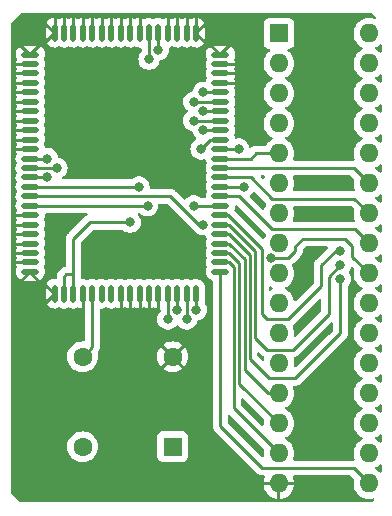
<source format=gbr>
%TF.GenerationSoftware,KiCad,Pcbnew,7.0.5*%
%TF.CreationDate,2023-06-05T13:48:53-07:00*%
%TF.ProjectId,M7700,4d373730-302e-46b6-9963-61645f706362,rev?*%
%TF.SameCoordinates,PX7bfa480PY459e440*%
%TF.FileFunction,Copper,L1,Top*%
%TF.FilePolarity,Positive*%
%FSLAX46Y46*%
G04 Gerber Fmt 4.6, Leading zero omitted, Abs format (unit mm)*
G04 Created by KiCad (PCBNEW 7.0.5) date 2023-06-05 13:48:53*
%MOMM*%
%LPD*%
G01*
G04 APERTURE LIST*
%TA.AperFunction,SMDPad,CuDef*%
%ADD10O,1.500000X0.500000*%
%TD*%
%TA.AperFunction,SMDPad,CuDef*%
%ADD11O,0.500000X1.500000*%
%TD*%
%TA.AperFunction,ComponentPad*%
%ADD12R,1.600000X1.600000*%
%TD*%
%TA.AperFunction,ComponentPad*%
%ADD13C,1.600000*%
%TD*%
%TA.AperFunction,ComponentPad*%
%ADD14O,1.600000X1.600000*%
%TD*%
%TA.AperFunction,ViaPad*%
%ADD15C,0.800000*%
%TD*%
%TA.AperFunction,Conductor*%
%ADD16C,0.250000*%
%TD*%
G04 APERTURE END LIST*
D10*
%TO.P,U2,1,P70*%
%TO.N,GND*%
X-21050000Y-1800000D03*
%TO.P,U2,2,P67*%
X-21050000Y-2600000D03*
%TO.P,U2,3,P66*%
X-21050000Y-3400000D03*
%TO.P,U2,4,P65*%
X-21050000Y-4200000D03*
%TO.P,U2,5,P64*%
X-21050000Y-5000000D03*
%TO.P,U2,6,P63*%
X-21050000Y-5800000D03*
%TO.P,U2,7,P62*%
X-21050000Y-6600000D03*
%TO.P,U2,8,P61*%
X-21050000Y-7400000D03*
%TO.P,U2,9,P60*%
X-21050000Y-8200000D03*
%TO.P,U2,10,P57*%
X-21050000Y-9000000D03*
%TO.P,U2,11,P56*%
X-21050000Y-9800000D03*
%TO.P,U2,12,P55*%
%TO.N,VCC*%
X-21050000Y-10600000D03*
%TO.P,U2,13,P54*%
X-21050000Y-11400000D03*
%TO.P,U2,14,P53*%
X-21050000Y-12200000D03*
%TO.P,U2,15,P52*%
%TO.N,/!CE*%
X-21050000Y-13000000D03*
%TO.P,U2,16,P51*%
%TO.N,/!OE*%
X-21050000Y-13800000D03*
%TO.P,U2,17,P50*%
%TO.N,/!PGM*%
X-21050000Y-14600000D03*
%TO.P,U2,18,P47*%
%TO.N,GND*%
X-21050000Y-15400000D03*
%TO.P,U2,19,P46*%
X-21050000Y-16200000D03*
%TO.P,U2,20,P45*%
X-21050000Y-17000000D03*
%TO.P,U2,21,P44*%
X-21050000Y-17800000D03*
%TO.P,U2,22,P43*%
X-21050000Y-18600000D03*
%TO.P,U2,23,P42*%
X-21050000Y-19400000D03*
%TO.P,U2,24,P41*%
X-21050000Y-20200000D03*
D11*
%TO.P,U2,25,P40*%
X-19000000Y-22050000D03*
%TO.P,U2,26,BYTE*%
%TO.N,/VPP*%
X-18200000Y-22050000D03*
%TO.P,U2,27,CNVSS*%
X-17400000Y-22050000D03*
%TO.P,U2,28,!RESET*%
%TO.N,GND*%
X-16600000Y-22050000D03*
%TO.P,U2,29,XIN*%
%TO.N,Net-(U2-XIN)*%
X-15800000Y-22050000D03*
%TO.P,U2,30,XOUT*%
%TO.N,unconnected-(U2-XOUT-Pad30)*%
X-15000000Y-22050000D03*
%TO.P,U2,31,!E*%
%TO.N,unconnected-(U2-!E-Pad31)*%
X-14200000Y-22050000D03*
%TO.P,U2,32,VSS*%
%TO.N,GND*%
X-13400000Y-22050000D03*
%TO.P,U2,33,P33*%
X-12600000Y-22050000D03*
%TO.P,U2,34,P32*%
X-11800000Y-22050000D03*
%TO.P,U2,35,P31*%
X-11000000Y-22050000D03*
%TO.P,U2,36,P30*%
X-10200000Y-22050000D03*
%TO.P,U2,37,P27*%
%TO.N,/D7*%
X-9400000Y-22050000D03*
%TO.P,U2,38,P26*%
%TO.N,/D6*%
X-8600000Y-22050000D03*
%TO.P,U2,39,P25*%
%TO.N,/D5*%
X-7800000Y-22050000D03*
%TO.P,U2,40,P24*%
%TO.N,/D4*%
X-7000000Y-22050000D03*
D10*
%TO.P,U2,41,P23*%
%TO.N,/D3*%
X-4950000Y-20200000D03*
%TO.P,U2,42,P22*%
%TO.N,/D2*%
X-4950000Y-19400000D03*
%TO.P,U2,43,P21*%
%TO.N,/D1*%
X-4950000Y-18600000D03*
%TO.P,U2,44,P20*%
%TO.N,/D0*%
X-4950000Y-17800000D03*
%TO.P,U2,45,P17*%
%TO.N,/A15*%
X-4950000Y-17000000D03*
%TO.P,U2,46,P16*%
%TO.N,/A14*%
X-4950000Y-16200000D03*
%TO.P,U2,47,P15*%
%TO.N,/A13*%
X-4950000Y-15400000D03*
%TO.P,U2,48,P14*%
%TO.N,/A12*%
X-4950000Y-14600000D03*
%TO.P,U2,49,P13*%
%TO.N,/A11*%
X-4950000Y-13800000D03*
%TO.P,U2,50,P12*%
%TO.N,/A10*%
X-4950000Y-13000000D03*
%TO.P,U2,51,P11*%
%TO.N,/A9*%
X-4950000Y-12200000D03*
%TO.P,U2,52,P10*%
%TO.N,/A8*%
X-4950000Y-11400000D03*
%TO.P,U2,53,P07*%
%TO.N,/A7*%
X-4950000Y-10600000D03*
%TO.P,U2,54,P06*%
%TO.N,/A6*%
X-4950000Y-9800000D03*
%TO.P,U2,55,P05*%
%TO.N,/A5*%
X-4950000Y-9000000D03*
%TO.P,U2,56,P04*%
%TO.N,/A4*%
X-4950000Y-8200000D03*
%TO.P,U2,57,P03*%
%TO.N,/A3*%
X-4950000Y-7400000D03*
%TO.P,U2,58,P02*%
%TO.N,/A2*%
X-4950000Y-6600000D03*
%TO.P,U2,59,P01*%
%TO.N,/A1*%
X-4950000Y-5800000D03*
%TO.P,U2,60,P00*%
%TO.N,/A0*%
X-4950000Y-5000000D03*
%TO.P,U2,61,P87*%
%TO.N,GND*%
X-4950000Y-4200000D03*
%TO.P,U2,62,P86*%
X-4950000Y-3400000D03*
%TO.P,U2,63,P85*%
X-4950000Y-2600000D03*
%TO.P,U2,64,P84*%
X-4950000Y-1800000D03*
D11*
%TO.P,U2,65,P83*%
X-7000000Y50000D03*
%TO.P,U2,66,P82*%
X-7800000Y50000D03*
%TO.P,U2,67,P81*%
X-8600000Y50000D03*
%TO.P,U2,68,P80*%
X-9400000Y50000D03*
%TO.P,U2,69,VCC*%
%TO.N,VCC*%
X-10200000Y50000D03*
%TO.P,U2,70,AVCC*%
X-11000000Y50000D03*
%TO.P,U2,71,VREF*%
%TO.N,GND*%
X-11800000Y50000D03*
%TO.P,U2,72,AVSS*%
X-12600000Y50000D03*
%TO.P,U2,73,VSS*%
X-13400000Y50000D03*
%TO.P,U2,74,P77*%
X-14200000Y50000D03*
%TO.P,U2,75,P76*%
X-15000000Y50000D03*
%TO.P,U2,76,P75*%
X-15800000Y50000D03*
%TO.P,U2,77,P74*%
X-16600000Y50000D03*
%TO.P,U2,78,P73*%
X-17400000Y50000D03*
%TO.P,U2,79,P72*%
X-18200000Y50000D03*
%TO.P,U2,80,P71*%
X-19000000Y50000D03*
%TD*%
D12*
%TO.P,X1,1,EN*%
%TO.N,unconnected-(X1-EN-Pad1)*%
X-9000000Y-35000000D03*
D13*
%TO.P,X1,4,GND*%
%TO.N,GND*%
X-9000000Y-27380000D03*
%TO.P,X1,5,OUT*%
%TO.N,Net-(U2-XIN)*%
X-16620000Y-27380000D03*
%TO.P,X1,8,Vcc*%
%TO.N,VCC*%
X-16620000Y-35000000D03*
%TD*%
D14*
%TO.P,U1,32,VCC*%
%TO.N,VCC*%
X7620000Y0D03*
%TO.P,U1,31,~{PGM}*%
%TO.N,/!PGM*%
X7620000Y-2540000D03*
%TO.P,U1,30*%
%TO.N,N/C*%
X7620000Y-5080000D03*
%TO.P,U1,29,A14*%
%TO.N,/A14*%
X7620000Y-7620000D03*
%TO.P,U1,28,A13*%
%TO.N,/A13*%
X7620000Y-10160000D03*
%TO.P,U1,27,A8*%
%TO.N,/A8*%
X7620000Y-12700000D03*
%TO.P,U1,26,A9*%
%TO.N,/A9*%
X7620000Y-15240000D03*
%TO.P,U1,25,A11*%
%TO.N,/A11*%
X7620000Y-17780000D03*
%TO.P,U1,24,~{OE}*%
%TO.N,/!OE*%
X7620000Y-20320000D03*
%TO.P,U1,23,A10*%
%TO.N,/A10*%
X7620000Y-22860000D03*
%TO.P,U1,22,~{CE}*%
%TO.N,/!CE*%
X7620000Y-25400000D03*
%TO.P,U1,21,D7*%
%TO.N,/D7*%
X7620000Y-27940000D03*
%TO.P,U1,20,D6*%
%TO.N,/D6*%
X7620000Y-30480000D03*
%TO.P,U1,19,D5*%
%TO.N,/D5*%
X7620000Y-33020000D03*
%TO.P,U1,18,D4*%
%TO.N,/D4*%
X7620000Y-35560000D03*
%TO.P,U1,17,D3*%
%TO.N,/D3*%
X7620000Y-38100000D03*
%TO.P,U1,16,GND*%
%TO.N,GND*%
X0Y-38100000D03*
%TO.P,U1,15,D2*%
%TO.N,/D2*%
X0Y-35560000D03*
%TO.P,U1,14,D1*%
%TO.N,/D1*%
X0Y-33020000D03*
%TO.P,U1,13,D0*%
%TO.N,/D0*%
X0Y-30480000D03*
%TO.P,U1,12,A0*%
%TO.N,/A0*%
X0Y-27940000D03*
%TO.P,U1,11,A1*%
%TO.N,/A1*%
X0Y-25400000D03*
%TO.P,U1,10,A2*%
%TO.N,/A2*%
X0Y-22860000D03*
%TO.P,U1,9,A3*%
%TO.N,/A3*%
X0Y-20320000D03*
%TO.P,U1,8,A4*%
%TO.N,/A4*%
X0Y-17780000D03*
%TO.P,U1,7,A5*%
%TO.N,/A5*%
X0Y-15240000D03*
%TO.P,U1,6,A6*%
%TO.N,/A6*%
X0Y-12700000D03*
%TO.P,U1,5,A7*%
%TO.N,/A7*%
X0Y-10160000D03*
%TO.P,U1,4,A12*%
%TO.N,/A12*%
X0Y-7620000D03*
%TO.P,U1,3,A15*%
%TO.N,/A15*%
X0Y-5080000D03*
%TO.P,U1,2,A16*%
%TO.N,unconnected-(U1-A16-Pad2)*%
X0Y-2540000D03*
D12*
%TO.P,U1,1,VPP*%
%TO.N,/VPP*%
X0Y0D03*
%TD*%
D15*
%TO.N,VCC*%
X-19600000Y-12200000D03*
X-18800000Y-11400000D03*
X-19600000Y-10600000D03*
X-11000000Y-2200000D03*
X-10200000Y-1400000D03*
%TO.N,/VPP*%
X-12600000Y-16000000D03*
%TO.N,/!PGM*%
X-11124500Y-14600000D03*
%TO.N,/A15*%
X5200000Y-20800000D03*
%TO.N,/A14*%
X5200000Y-19600000D03*
%TO.N,/A13*%
X5200000Y-18400000D03*
%TO.N,/!OE*%
X-6400000Y-16200000D03*
X-698337Y-19049810D03*
%TO.N,/A12*%
X-7200000Y-14600000D03*
%TO.N,/A0*%
X-6400000Y-5000000D03*
%TO.N,/A5*%
X-6600000Y-9800000D03*
%TO.N,/A1*%
X-7200000Y-5800000D03*
%TO.N,/A2*%
X-6400000Y-6600000D03*
%TO.N,/A3*%
X-7200000Y-7400000D03*
%TO.N,/A4*%
X-6400000Y-8200000D03*
%TO.N,/A6*%
X-3400000Y-9800000D03*
%TO.N,/A10*%
X-3000000Y-13000000D03*
%TO.N,/!CE*%
X-11849000Y-13000000D03*
%TO.N,/D7*%
X-9400000Y-24200000D03*
%TO.N,/D6*%
X-8600000Y-23400000D03*
%TO.N,/D5*%
X-7800000Y-24200000D03*
%TO.N,/D4*%
X-7000000Y-23400000D03*
%TD*%
D16*
%TO.N,/A13*%
X4800000Y-18400000D02*
X5200000Y-18400000D01*
X3600000Y-19600000D02*
X4800000Y-18400000D01*
X-1000000Y-24200000D02*
X800000Y-24200000D01*
X3600000Y-21400000D02*
X3600000Y-19600000D01*
X-1473337Y-23726663D02*
X-1000000Y-24200000D01*
X-4292894Y-15400000D02*
X-1473337Y-18219557D01*
X800000Y-24200000D02*
X3600000Y-21400000D01*
X-4950000Y-15400000D02*
X-4292894Y-15400000D01*
X-1473337Y-18219557D02*
X-1473337Y-23726663D01*
%TO.N,/!OE*%
X6200000Y-18000000D02*
X6200000Y-18900000D01*
X5600000Y-17400000D02*
X6200000Y-18000000D01*
X2000000Y-17400000D02*
X5600000Y-17400000D01*
X6200000Y-18900000D02*
X7620000Y-20320000D01*
X1400000Y-18000000D02*
X2000000Y-17400000D01*
X1400000Y-18400000D02*
X1400000Y-18000000D01*
X-648527Y-19000000D02*
X800000Y-19000000D01*
X-698337Y-19049810D02*
X-648527Y-19000000D01*
X800000Y-19000000D02*
X1400000Y-18400000D01*
%TO.N,GND*%
X-5000000Y-4200000D02*
X-3650000Y-4200000D01*
X-5000000Y-3400000D02*
X-3650000Y-3400000D01*
X-5000000Y-2600000D02*
X-3650000Y-2600000D01*
X-16600000Y-22000000D02*
X-16600000Y-23350000D01*
X-10200000Y-22000000D02*
X-10200000Y-23350000D01*
X-11000000Y-22000000D02*
X-11000000Y-23350000D01*
X-11800000Y-22000000D02*
X-11800000Y-23350000D01*
X-12600000Y-22000000D02*
X-12600000Y-23350000D01*
X-13400000Y-22000000D02*
X-13400000Y-23350000D01*
X-21000000Y-19400000D02*
X-22350000Y-19400000D01*
X-21000000Y-18600000D02*
X-22350000Y-18600000D01*
X-21000000Y-17800000D02*
X-22350000Y-17800000D01*
X-21000000Y-17000000D02*
X-22350000Y-17000000D01*
X-21000000Y-16200000D02*
X-22350000Y-16200000D01*
X-21000000Y-15400000D02*
X-22350000Y-15400000D01*
X-21000000Y-9800000D02*
X-22350000Y-9800000D01*
X-21000000Y-9000000D02*
X-22350000Y-9000000D01*
X-21000000Y-8200000D02*
X-22350000Y-8200000D01*
X-21000000Y-7400000D02*
X-22350000Y-7400000D01*
X-21000000Y-6600000D02*
X-22350000Y-6600000D01*
X-21000000Y-5800000D02*
X-22350000Y-5800000D01*
X-21000000Y-5000000D02*
X-22350000Y-5000000D01*
X-21000000Y-4200000D02*
X-22350000Y-4200000D01*
X-21000000Y-3400000D02*
X-22350000Y-3400000D01*
X-21000000Y-2600000D02*
X-22350000Y-2600000D01*
X-19000000Y0D02*
X-19000000Y1350000D01*
X-18200000Y0D02*
X-18200000Y1350000D01*
X-17400000Y0D02*
X-17400000Y1350000D01*
X-16600000Y0D02*
X-16600000Y1350000D01*
X-15800000Y0D02*
X-15800000Y1350000D01*
X-15000000Y0D02*
X-15000000Y1350000D01*
X-14200000Y0D02*
X-14200000Y1350000D01*
X-13400000Y0D02*
X-13400000Y1350000D01*
X-12600000Y0D02*
X-12600000Y1350000D01*
X-11800000Y0D02*
X-11800000Y1350000D01*
X-9400000Y0D02*
X-9400000Y1350000D01*
X-8600000Y0D02*
X-8600000Y1350000D01*
X-7800000Y0D02*
X-7800000Y1350000D01*
X-7000000Y50000D02*
X-7000000Y1400000D01*
%TO.N,VCC*%
X-21050000Y-12200000D02*
X-19600000Y-12200000D01*
X-21050000Y-11400000D02*
X-18800000Y-11400000D01*
X-21050000Y-10600000D02*
X-19600000Y-10600000D01*
X-11000000Y50000D02*
X-11000000Y-2200000D01*
X-10200000Y50000D02*
X-10200000Y-1400000D01*
%TO.N,/VPP*%
X-18000000Y-20400000D02*
X-17400000Y-20400000D01*
X-17400000Y-17400000D02*
X-17400000Y-20400000D01*
X-18200000Y-20600000D02*
X-18000000Y-20400000D01*
X-17400000Y-20400000D02*
X-17400000Y-22050000D01*
X-18200000Y-22050000D02*
X-18200000Y-20600000D01*
X-16000000Y-16000000D02*
X-17400000Y-17400000D01*
X-12600000Y-16000000D02*
X-16000000Y-16000000D01*
%TO.N,/!CE*%
X-11849000Y-13000000D02*
X-21050000Y-13000000D01*
%TO.N,/!PGM*%
X-21050000Y-14600000D02*
X-11124500Y-14600000D01*
%TO.N,/!OE*%
X-9200000Y-13800000D02*
X-21050000Y-13800000D01*
X-6800000Y-16200000D02*
X-9200000Y-13800000D01*
X-6400000Y-16200000D02*
X-6800000Y-16200000D01*
%TO.N,/A15*%
X1400000Y-29200000D02*
X4600000Y-26000000D01*
X800000Y-29200000D02*
X1400000Y-29200000D01*
X4600000Y-26000000D02*
X5200000Y-25400000D01*
X5200000Y-25400000D02*
X5200000Y-20800000D01*
%TO.N,/A14*%
X4200000Y-20600000D02*
X5200000Y-19600000D01*
X4200000Y-23800000D02*
X4200000Y-20600000D01*
X1200000Y-26800000D02*
X4200000Y-23800000D01*
%TO.N,/A5*%
X-5800000Y-9000000D02*
X-4950000Y-9000000D01*
X-6600000Y-9800000D02*
X-5800000Y-9000000D01*
%TO.N,/A12*%
X-4950000Y-14600000D02*
X-7200000Y-14600000D01*
%TO.N,/A14*%
X-1000000Y-26800000D02*
X1200000Y-26800000D01*
X-2000000Y-25800000D02*
X-1000000Y-26800000D01*
X-2000000Y-18400000D02*
X-2000000Y-19600000D01*
X-4200000Y-16200000D02*
X-2000000Y-18400000D01*
X-4950000Y-16200000D02*
X-4200000Y-16200000D01*
X-2000000Y-19600000D02*
X-2000000Y-25800000D01*
%TO.N,/A15*%
X-800000Y-29200000D02*
X800000Y-29200000D01*
X-2450000Y-18750000D02*
X-2450000Y-27550000D01*
X-2450000Y-27550000D02*
X-800000Y-29200000D01*
X-4200000Y-17000000D02*
X-2450000Y-18750000D01*
X-4950000Y-17000000D02*
X-4200000Y-17000000D01*
%TO.N,/D0*%
X-920000Y-30480000D02*
X0Y-30480000D01*
X-2900000Y-28500000D02*
X-920000Y-30480000D01*
X-2900000Y-19100000D02*
X-2900000Y-28500000D01*
X-4200000Y-17800000D02*
X-2900000Y-19100000D01*
X-4950000Y-17800000D02*
X-4200000Y-17800000D01*
%TO.N,/D1*%
X-3350000Y-29670000D02*
X0Y-33020000D01*
X-3350000Y-19450000D02*
X-3350000Y-29670000D01*
X-4950000Y-18600000D02*
X-4200000Y-18600000D01*
X-4200000Y-18600000D02*
X-3350000Y-19450000D01*
%TO.N,/D2*%
X-3800000Y-31760000D02*
X0Y-35560000D01*
X-3800000Y-19800000D02*
X-3800000Y-31760000D01*
X-4200000Y-19400000D02*
X-3800000Y-19800000D01*
X-4950000Y-19400000D02*
X-4200000Y-19400000D01*
%TO.N,/D3*%
X-1400000Y-36800000D02*
X6320000Y-36800000D01*
X-4950000Y-33250000D02*
X-1400000Y-36800000D01*
X-4950000Y-20200000D02*
X-4950000Y-33250000D01*
X6320000Y-36800000D02*
X7620000Y-38100000D01*
%TO.N,/A0*%
X-6400000Y-5000000D02*
X-4950000Y-5000000D01*
%TO.N,/A1*%
X-7200000Y-5800000D02*
X-4950000Y-5800000D01*
%TO.N,/A2*%
X-6400000Y-6600000D02*
X-4950000Y-6600000D01*
%TO.N,/A3*%
X-7200000Y-7400000D02*
X-4950000Y-7400000D01*
%TO.N,/A4*%
X-6400000Y-8200000D02*
X-4950000Y-8200000D01*
%TO.N,/A6*%
X-4950000Y-9800000D02*
X-3400000Y-9800000D01*
%TO.N,/A10*%
X-3000000Y-13000000D02*
X-4950000Y-13000000D01*
%TO.N,Net-(U2-XIN)*%
X-16620000Y-27380000D02*
X-15800000Y-26560000D01*
X-15800000Y-26560000D02*
X-15800000Y-22050000D01*
%TO.N,/D7*%
X-9400000Y-22050000D02*
X-9400000Y-24200000D01*
%TO.N,/D6*%
X-8600000Y-22050000D02*
X-8600000Y-23400000D01*
%TO.N,/D5*%
X-7800000Y-22050000D02*
X-7800000Y-24200000D01*
%TO.N,/D4*%
X-7000000Y-22050000D02*
X-7000000Y-23400000D01*
%TO.N,/A11*%
X-3387500Y-13800000D02*
X-4950000Y-13800000D01*
X-587500Y-16600000D02*
X-3387500Y-13800000D01*
X6440000Y-16600000D02*
X-587500Y-16600000D01*
X7620000Y-17780000D02*
X6440000Y-16600000D01*
%TO.N,/A9*%
X-2400000Y-12200000D02*
X-4950000Y-12200000D01*
X-600000Y-14000000D02*
X-2400000Y-12200000D01*
X6380000Y-14000000D02*
X-600000Y-14000000D01*
X7620000Y-15240000D02*
X6380000Y-14000000D01*
%TO.N,/A7*%
X-1960000Y-10160000D02*
X0Y-10160000D01*
X-2400000Y-10600000D02*
X-1960000Y-10160000D01*
X-4950000Y-10600000D02*
X-2400000Y-10600000D01*
%TO.N,/A8*%
X6320000Y-11400000D02*
X-4950000Y-11400000D01*
X7620000Y-12700000D02*
X6320000Y-11400000D01*
%TD*%
%TA.AperFunction,Conductor*%
%TO.N,GND*%
G36*
X7892712Y1680593D02*
G01*
X7904525Y1670504D01*
X8197493Y1377536D01*
X8225270Y1323019D01*
X8215699Y1262587D01*
X8172434Y1219322D01*
X8112002Y1209751D01*
X8085651Y1217807D01*
X8066496Y1226739D01*
X7846692Y1285635D01*
X7846691Y1285636D01*
X7846684Y1285637D01*
X7620003Y1305468D01*
X7619997Y1305468D01*
X7393315Y1285637D01*
X7173499Y1226738D01*
X6967276Y1130574D01*
X6967262Y1130566D01*
X6780869Y1000054D01*
X6780867Y1000053D01*
X6619947Y839133D01*
X6619946Y839131D01*
X6489434Y652738D01*
X6489426Y652724D01*
X6393262Y446501D01*
X6334363Y226685D01*
X6314532Y4D01*
X6314532Y-3D01*
X6334363Y-226684D01*
X6393262Y-446500D01*
X6489426Y-652723D01*
X6489434Y-652737D01*
X6619946Y-839130D01*
X6619947Y-839132D01*
X6619950Y-839135D01*
X6619953Y-839139D01*
X6780861Y-1000047D01*
X6780864Y-1000049D01*
X6780867Y-1000052D01*
X6780869Y-1000053D01*
X6841249Y-1042331D01*
X6967266Y-1130568D01*
X6967267Y-1130568D01*
X6967271Y-1130571D01*
X7073863Y-1180276D01*
X7118611Y-1222004D01*
X7130285Y-1282065D01*
X7104427Y-1337518D01*
X7073863Y-1359724D01*
X6967271Y-1409428D01*
X6967262Y-1409434D01*
X6780869Y-1539946D01*
X6780867Y-1539947D01*
X6619947Y-1700867D01*
X6619946Y-1700869D01*
X6489434Y-1887262D01*
X6489426Y-1887276D01*
X6393262Y-2093499D01*
X6334363Y-2313315D01*
X6314532Y-2539996D01*
X6314532Y-2540003D01*
X6334363Y-2766684D01*
X6393262Y-2986500D01*
X6489426Y-3192723D01*
X6489434Y-3192737D01*
X6619946Y-3379130D01*
X6619947Y-3379132D01*
X6619950Y-3379135D01*
X6619953Y-3379139D01*
X6780861Y-3540047D01*
X6780864Y-3540049D01*
X6780867Y-3540052D01*
X6780869Y-3540053D01*
X6890137Y-3616562D01*
X6967266Y-3670568D01*
X6967267Y-3670568D01*
X6967271Y-3670571D01*
X7073863Y-3720276D01*
X7118611Y-3762004D01*
X7130285Y-3822065D01*
X7104427Y-3877518D01*
X7073863Y-3899724D01*
X6967271Y-3949428D01*
X6967262Y-3949434D01*
X6780869Y-4079946D01*
X6780867Y-4079947D01*
X6619947Y-4240867D01*
X6619946Y-4240869D01*
X6489434Y-4427262D01*
X6489426Y-4427276D01*
X6393262Y-4633499D01*
X6334363Y-4853315D01*
X6314532Y-5079996D01*
X6314532Y-5080003D01*
X6334363Y-5306684D01*
X6393262Y-5526500D01*
X6489426Y-5732723D01*
X6489434Y-5732737D01*
X6619946Y-5919130D01*
X6619947Y-5919132D01*
X6619950Y-5919135D01*
X6619953Y-5919139D01*
X6780861Y-6080047D01*
X6780864Y-6080049D01*
X6780867Y-6080052D01*
X6780869Y-6080053D01*
X6877689Y-6147846D01*
X6967266Y-6210568D01*
X6967267Y-6210568D01*
X6967271Y-6210571D01*
X7073863Y-6260276D01*
X7118611Y-6302004D01*
X7130285Y-6362065D01*
X7104427Y-6417518D01*
X7073863Y-6439724D01*
X6967271Y-6489428D01*
X6967262Y-6489434D01*
X6780869Y-6619946D01*
X6780867Y-6619947D01*
X6619947Y-6780867D01*
X6619946Y-6780869D01*
X6489434Y-6967262D01*
X6489426Y-6967276D01*
X6393262Y-7173499D01*
X6334363Y-7393315D01*
X6314532Y-7619996D01*
X6314532Y-7620003D01*
X6334363Y-7846684D01*
X6334364Y-7846691D01*
X6334365Y-7846692D01*
X6348894Y-7900914D01*
X6393262Y-8066500D01*
X6489426Y-8272723D01*
X6489434Y-8272737D01*
X6619946Y-8459130D01*
X6619947Y-8459132D01*
X6619950Y-8459135D01*
X6619953Y-8459139D01*
X6780861Y-8620047D01*
X6780864Y-8620049D01*
X6780867Y-8620052D01*
X6780869Y-8620053D01*
X6804488Y-8636591D01*
X6967266Y-8750568D01*
X6967267Y-8750568D01*
X6967271Y-8750571D01*
X7073863Y-8800276D01*
X7118611Y-8842004D01*
X7130285Y-8902065D01*
X7104427Y-8957518D01*
X7073863Y-8979724D01*
X6967271Y-9029428D01*
X6967262Y-9029434D01*
X6780869Y-9159946D01*
X6780867Y-9159947D01*
X6619947Y-9320867D01*
X6619946Y-9320869D01*
X6489434Y-9507262D01*
X6489426Y-9507276D01*
X6393262Y-9713499D01*
X6334363Y-9933315D01*
X6314532Y-10159996D01*
X6314532Y-10160003D01*
X6334363Y-10386684D01*
X6393261Y-10606497D01*
X6404646Y-10630912D01*
X6412102Y-10691641D01*
X6382438Y-10745155D01*
X6326985Y-10771012D01*
X6324239Y-10771310D01*
X6292829Y-10774280D01*
X6288167Y-10774500D01*
X1303796Y-10774500D01*
X1245605Y-10755593D01*
X1209641Y-10706093D01*
X1209641Y-10644907D01*
X1214072Y-10633660D01*
X1226739Y-10606496D01*
X1285635Y-10386692D01*
X1290402Y-10332212D01*
X1305468Y-10160003D01*
X1305468Y-10159996D01*
X1285636Y-9933315D01*
X1285635Y-9933312D01*
X1285635Y-9933308D01*
X1226739Y-9713504D01*
X1220923Y-9701031D01*
X1130573Y-9507276D01*
X1130571Y-9507272D01*
X1130568Y-9507266D01*
X1000053Y-9320869D01*
X1000052Y-9320867D01*
X1000049Y-9320864D01*
X1000047Y-9320861D01*
X839139Y-9159953D01*
X839135Y-9159950D01*
X839132Y-9159947D01*
X839130Y-9159946D01*
X652737Y-9029434D01*
X652736Y-9029433D01*
X652734Y-9029432D01*
X652731Y-9029430D01*
X652723Y-9029426D01*
X546137Y-8979724D01*
X501389Y-8937996D01*
X489714Y-8877935D01*
X515572Y-8822482D01*
X546137Y-8800276D01*
X652723Y-8750573D01*
X652721Y-8750573D01*
X652734Y-8750568D01*
X839139Y-8620047D01*
X1000047Y-8459139D01*
X1130568Y-8272734D01*
X1226739Y-8066496D01*
X1285635Y-7846692D01*
X1291852Y-7775639D01*
X1305468Y-7620003D01*
X1305468Y-7619996D01*
X1285636Y-7393315D01*
X1285635Y-7393312D01*
X1285635Y-7393308D01*
X1226739Y-7173504D01*
X1192890Y-7100914D01*
X1130573Y-6967276D01*
X1130571Y-6967272D01*
X1130568Y-6967266D01*
X1060911Y-6867784D01*
X1000053Y-6780869D01*
X1000052Y-6780867D01*
X1000049Y-6780864D01*
X1000047Y-6780861D01*
X839139Y-6619953D01*
X839135Y-6619950D01*
X839132Y-6619947D01*
X839130Y-6619946D01*
X652737Y-6489434D01*
X652736Y-6489433D01*
X652734Y-6489432D01*
X652731Y-6489430D01*
X652723Y-6489426D01*
X546137Y-6439724D01*
X501389Y-6397996D01*
X489714Y-6337935D01*
X515572Y-6282482D01*
X546137Y-6260276D01*
X652723Y-6210573D01*
X652721Y-6210573D01*
X652734Y-6210568D01*
X839139Y-6080047D01*
X1000047Y-5919139D01*
X1130568Y-5732734D01*
X1226739Y-5526496D01*
X1285635Y-5306692D01*
X1286284Y-5299281D01*
X1305468Y-5080003D01*
X1305468Y-5079996D01*
X1285636Y-4853315D01*
X1285635Y-4853312D01*
X1285635Y-4853308D01*
X1226739Y-4633504D01*
X1225907Y-4631720D01*
X1130573Y-4427276D01*
X1130571Y-4427272D01*
X1130568Y-4427266D01*
X1034426Y-4289960D01*
X1000053Y-4240869D01*
X1000052Y-4240867D01*
X1000049Y-4240864D01*
X1000047Y-4240861D01*
X839139Y-4079953D01*
X839135Y-4079950D01*
X839132Y-4079947D01*
X839130Y-4079946D01*
X652737Y-3949434D01*
X652736Y-3949433D01*
X652734Y-3949432D01*
X652731Y-3949430D01*
X652723Y-3949426D01*
X546137Y-3899724D01*
X501389Y-3857996D01*
X489714Y-3797935D01*
X515572Y-3742482D01*
X546137Y-3720276D01*
X652723Y-3670573D01*
X652721Y-3670573D01*
X652734Y-3670568D01*
X839139Y-3540047D01*
X1000047Y-3379139D01*
X1130568Y-3192734D01*
X1226739Y-2986496D01*
X1285635Y-2766692D01*
X1288652Y-2732216D01*
X1305468Y-2540003D01*
X1305468Y-2539996D01*
X1285636Y-2313315D01*
X1285635Y-2313312D01*
X1285635Y-2313308D01*
X1226739Y-2093504D01*
X1217126Y-2072888D01*
X1130573Y-1887276D01*
X1130571Y-1887272D01*
X1130568Y-1887266D01*
X1000053Y-1700869D01*
X1000052Y-1700867D01*
X1000049Y-1700864D01*
X1000047Y-1700861D01*
X839139Y-1539953D01*
X839133Y-1539949D01*
X783389Y-1500917D01*
X754366Y-1480595D01*
X717544Y-1431731D01*
X716476Y-1370555D01*
X751570Y-1320435D01*
X809421Y-1300514D01*
X811150Y-1300499D01*
X847867Y-1300499D01*
X847872Y-1300499D01*
X907483Y-1294091D01*
X974907Y-1268943D01*
X1042329Y-1243797D01*
X1042329Y-1243796D01*
X1042331Y-1243796D01*
X1157546Y-1157546D01*
X1243796Y-1042331D01*
X1259867Y-999244D01*
X1294089Y-907488D01*
X1294090Y-907485D01*
X1294091Y-907483D01*
X1300500Y-847873D01*
X1300499Y847872D01*
X1294091Y907483D01*
X1277868Y950980D01*
X1243797Y1042330D01*
X1157549Y1157542D01*
X1157548Y1157543D01*
X1157546Y1157546D01*
X1137216Y1172765D01*
X1042329Y1243798D01*
X907488Y1294090D01*
X907483Y1294091D01*
X907481Y1294092D01*
X907477Y1294092D01*
X876249Y1297450D01*
X847873Y1300500D01*
X847870Y1300500D01*
X-847867Y1300500D01*
X-847871Y1300500D01*
X-847872Y1300499D01*
X-855051Y1299728D01*
X-907481Y1294092D01*
X-907486Y1294091D01*
X-1042330Y1243798D01*
X-1157542Y1157550D01*
X-1157550Y1157542D01*
X-1243798Y1042330D01*
X-1294090Y907489D01*
X-1294092Y907478D01*
X-1300500Y847871D01*
X-1300500Y-847866D01*
X-1300499Y-847870D01*
X-1294092Y-907480D01*
X-1294091Y-907485D01*
X-1243798Y-1042329D01*
X-1168174Y-1143349D01*
X-1157546Y-1157546D01*
X-1157543Y-1157548D01*
X-1157542Y-1157549D01*
X-1042330Y-1243797D01*
X-907489Y-1294089D01*
X-907488Y-1294089D01*
X-907483Y-1294091D01*
X-847873Y-1300500D01*
X-811153Y-1300499D01*
X-752963Y-1319405D01*
X-716998Y-1368904D01*
X-716997Y-1430089D01*
X-752959Y-1479590D01*
X-754368Y-1480595D01*
X-839135Y-1539949D01*
X-1000053Y-1700867D01*
X-1000054Y-1700869D01*
X-1130566Y-1887262D01*
X-1130574Y-1887276D01*
X-1226738Y-2093499D01*
X-1285637Y-2313315D01*
X-1305468Y-2539996D01*
X-1305468Y-2540003D01*
X-1285637Y-2766684D01*
X-1226738Y-2986500D01*
X-1130574Y-3192723D01*
X-1130566Y-3192737D01*
X-1000054Y-3379130D01*
X-1000053Y-3379132D01*
X-1000050Y-3379135D01*
X-1000047Y-3379139D01*
X-839139Y-3540047D01*
X-839136Y-3540049D01*
X-839133Y-3540052D01*
X-839131Y-3540053D01*
X-729863Y-3616562D01*
X-652734Y-3670568D01*
X-652733Y-3670568D01*
X-652729Y-3670571D01*
X-546137Y-3720276D01*
X-501389Y-3762004D01*
X-489715Y-3822065D01*
X-515573Y-3877518D01*
X-546137Y-3899724D01*
X-652729Y-3949428D01*
X-652738Y-3949434D01*
X-839131Y-4079946D01*
X-839133Y-4079947D01*
X-1000053Y-4240867D01*
X-1000054Y-4240869D01*
X-1130566Y-4427262D01*
X-1130574Y-4427276D01*
X-1226738Y-4633499D01*
X-1285637Y-4853315D01*
X-1305468Y-5079996D01*
X-1305468Y-5080003D01*
X-1285637Y-5306684D01*
X-1226738Y-5526500D01*
X-1130574Y-5732723D01*
X-1130566Y-5732737D01*
X-1000054Y-5919130D01*
X-1000053Y-5919132D01*
X-1000050Y-5919135D01*
X-1000047Y-5919139D01*
X-839139Y-6080047D01*
X-839136Y-6080049D01*
X-839133Y-6080052D01*
X-839131Y-6080053D01*
X-742311Y-6147846D01*
X-652734Y-6210568D01*
X-652733Y-6210568D01*
X-652729Y-6210571D01*
X-546137Y-6260276D01*
X-501389Y-6302004D01*
X-489715Y-6362065D01*
X-515573Y-6417518D01*
X-546137Y-6439724D01*
X-652729Y-6489428D01*
X-652738Y-6489434D01*
X-839131Y-6619946D01*
X-839133Y-6619947D01*
X-1000053Y-6780867D01*
X-1000054Y-6780869D01*
X-1130566Y-6967262D01*
X-1130574Y-6967276D01*
X-1226738Y-7173499D01*
X-1285637Y-7393315D01*
X-1305468Y-7619996D01*
X-1305468Y-7620003D01*
X-1285637Y-7846684D01*
X-1285636Y-7846691D01*
X-1285635Y-7846692D01*
X-1271106Y-7900914D01*
X-1226738Y-8066500D01*
X-1130574Y-8272723D01*
X-1130566Y-8272737D01*
X-1000054Y-8459130D01*
X-1000053Y-8459132D01*
X-1000050Y-8459135D01*
X-1000047Y-8459139D01*
X-839139Y-8620047D01*
X-839136Y-8620049D01*
X-839133Y-8620052D01*
X-839131Y-8620053D01*
X-815512Y-8636591D01*
X-652734Y-8750568D01*
X-652733Y-8750568D01*
X-652729Y-8750571D01*
X-546137Y-8800276D01*
X-501389Y-8842004D01*
X-489715Y-8902065D01*
X-515573Y-8957518D01*
X-546137Y-8979724D01*
X-652729Y-9029428D01*
X-652738Y-9029434D01*
X-839131Y-9159946D01*
X-839133Y-9159947D01*
X-1000050Y-9320864D01*
X-1038403Y-9375639D01*
X-1120078Y-9492284D01*
X-1168941Y-9529106D01*
X-1201173Y-9534500D01*
X-1880017Y-9534500D01*
X-1894471Y-9532904D01*
X-1894471Y-9532913D01*
X-1900669Y-9532326D01*
X-1945033Y-9533721D01*
X-1969068Y-9534476D01*
X-1970587Y-9534500D01*
X-1999354Y-9534500D01*
X-2006821Y-9535442D01*
X-2011466Y-9535808D01*
X-2058629Y-9537291D01*
X-2079756Y-9543429D01*
X-2094966Y-9546578D01*
X-2116789Y-9549334D01*
X-2160660Y-9566703D01*
X-2165071Y-9568213D01*
X-2210390Y-9581381D01*
X-2229327Y-9592580D01*
X-2243267Y-9599409D01*
X-2263732Y-9607513D01*
X-2301915Y-9635252D01*
X-2305812Y-9637812D01*
X-2346420Y-9661828D01*
X-2347197Y-9662605D01*
X-2347848Y-9662936D01*
X-2351338Y-9665644D01*
X-2351856Y-9664977D01*
X-2401719Y-9690372D01*
X-2462149Y-9680789D01*
X-2505405Y-9637516D01*
X-2514027Y-9613156D01*
X-2514325Y-9611755D01*
X-2514326Y-9611744D01*
X-2523524Y-9583437D01*
X-2548273Y-9507266D01*
X-2572821Y-9431716D01*
X-2572824Y-9431711D01*
X-2572826Y-9431706D01*
X-2621449Y-9347490D01*
X-2667467Y-9267784D01*
X-2721751Y-9207495D01*
X-2794125Y-9127116D01*
X-2794130Y-9127111D01*
X-2947269Y-9015850D01*
X-2947268Y-9015850D01*
X-2947270Y-9015849D01*
X-2947275Y-9015847D01*
X-2947278Y-9015845D01*
X-3120195Y-8938857D01*
X-3120197Y-8938856D01*
X-3120200Y-8938855D01*
X-3120201Y-8938855D01*
X-3155420Y-8931369D01*
X-3305354Y-8899500D01*
X-3494646Y-8899500D01*
X-3597744Y-8921414D01*
X-3658595Y-8915018D01*
X-3704064Y-8874076D01*
X-3715823Y-8841768D01*
X-3726134Y-8783292D01*
X-3740248Y-8750571D01*
X-3789415Y-8636590D01*
X-3795100Y-8575671D01*
X-3784246Y-8547880D01*
X-3756190Y-8499284D01*
X-3756191Y-8499284D01*
X-3756188Y-8499281D01*
X-3705870Y-8331210D01*
X-3697305Y-8184149D01*
X-3695669Y-8156068D01*
X-3695669Y-8156065D01*
X-3726134Y-7983292D01*
X-3748166Y-7932216D01*
X-3789415Y-7836590D01*
X-3795100Y-7775671D01*
X-3784246Y-7747880D01*
X-3756190Y-7699284D01*
X-3756191Y-7699284D01*
X-3756188Y-7699281D01*
X-3705870Y-7531210D01*
X-3698228Y-7400000D01*
X-3695669Y-7356068D01*
X-3695669Y-7356065D01*
X-3726134Y-7183292D01*
X-3761668Y-7100914D01*
X-3789415Y-7036590D01*
X-3795100Y-6975671D01*
X-3784246Y-6947880D01*
X-3756190Y-6899284D01*
X-3756191Y-6899284D01*
X-3756188Y-6899281D01*
X-3705870Y-6731210D01*
X-3696446Y-6569407D01*
X-3695669Y-6556068D01*
X-3695669Y-6556065D01*
X-3726134Y-6383292D01*
X-3735290Y-6362065D01*
X-3789415Y-6236590D01*
X-3795100Y-6175671D01*
X-3784246Y-6147880D01*
X-3756190Y-6099284D01*
X-3756191Y-6099284D01*
X-3756188Y-6099281D01*
X-3705870Y-5931210D01*
X-3698228Y-5800000D01*
X-3695669Y-5756068D01*
X-3695669Y-5756065D01*
X-3726134Y-5583292D01*
X-3761668Y-5500914D01*
X-3789415Y-5436590D01*
X-3795100Y-5375671D01*
X-3784246Y-5347880D01*
X-3756190Y-5299284D01*
X-3756191Y-5299284D01*
X-3756188Y-5299281D01*
X-3705870Y-5131210D01*
X-3699151Y-5015845D01*
X-3695669Y-4956068D01*
X-3695669Y-4956065D01*
X-3726134Y-4783294D01*
X-3726135Y-4783293D01*
X-3726135Y-4783289D01*
X-3789662Y-4636016D01*
X-3795347Y-4575099D01*
X-3784493Y-4547307D01*
X-3756651Y-4499083D01*
X-3706367Y-4331126D01*
X-3696173Y-4156093D01*
X-3726615Y-3983437D01*
X-3726617Y-3983431D01*
X-3789972Y-3836559D01*
X-3795660Y-3775639D01*
X-3784805Y-3747846D01*
X-3756651Y-3699081D01*
X-3706367Y-3531126D01*
X-3696173Y-3356093D01*
X-3726615Y-3183437D01*
X-3726617Y-3183431D01*
X-3789972Y-3036559D01*
X-3795660Y-2975639D01*
X-3784805Y-2947846D01*
X-3756651Y-2899081D01*
X-3706367Y-2731126D01*
X-3696173Y-2556093D01*
X-3726615Y-2383437D01*
X-3726617Y-2383431D01*
X-3789972Y-2236559D01*
X-3795660Y-2175639D01*
X-3784805Y-2147846D01*
X-3756651Y-2099081D01*
X-3706367Y-1931126D01*
X-3696173Y-1756093D01*
X-3726615Y-1583437D01*
X-3726617Y-1583431D01*
X-3796057Y-1422452D01*
X-3796062Y-1422443D01*
X-3900756Y-1281815D01*
X-3900758Y-1281813D01*
X-4035062Y-1169117D01*
X-4106476Y-1133252D01*
X-4879997Y-1906773D01*
X-4934514Y-1934550D01*
X-4994946Y-1924979D01*
X-5020005Y-1906773D01*
X-5796537Y-1130241D01*
X-5935374Y-1221555D01*
X-6055687Y-1349080D01*
X-6055688Y-1349080D01*
X-6143350Y-1500917D01*
X-6193634Y-1668873D01*
X-6203828Y-1843906D01*
X-6173386Y-2016562D01*
X-6173384Y-2016568D01*
X-6110029Y-2163439D01*
X-6104341Y-2224359D01*
X-6115195Y-2252150D01*
X-6143349Y-2300914D01*
X-6193634Y-2468873D01*
X-6203828Y-2643906D01*
X-6173386Y-2816562D01*
X-6173384Y-2816568D01*
X-6110029Y-2963439D01*
X-6104341Y-3024359D01*
X-6115195Y-3052150D01*
X-6143349Y-3100914D01*
X-6193634Y-3268873D01*
X-6203828Y-3443906D01*
X-6173386Y-3616562D01*
X-6173384Y-3616568D01*
X-6110029Y-3763439D01*
X-6104341Y-3824359D01*
X-6115195Y-3852150D01*
X-6143349Y-3900914D01*
X-6182768Y-4032580D01*
X-6217571Y-4082904D01*
X-6275306Y-4103159D01*
X-6298187Y-4101023D01*
X-6305354Y-4099500D01*
X-6494646Y-4099500D01*
X-6612711Y-4124595D01*
X-6679800Y-4138855D01*
X-6679806Y-4138857D01*
X-6852723Y-4215845D01*
X-6852732Y-4215850D01*
X-7005871Y-4327111D01*
X-7005876Y-4327116D01*
X-7132531Y-4467781D01*
X-7132535Y-4467787D01*
X-7227175Y-4631706D01*
X-7227181Y-4631720D01*
X-7285674Y-4811740D01*
X-7287386Y-4828024D01*
X-7312275Y-4883918D01*
X-7365259Y-4914507D01*
X-7479793Y-4938852D01*
X-7479804Y-4938856D01*
X-7652723Y-5015845D01*
X-7652732Y-5015850D01*
X-7805871Y-5127111D01*
X-7805876Y-5127116D01*
X-7932531Y-5267781D01*
X-7932535Y-5267787D01*
X-8027175Y-5431706D01*
X-8027181Y-5431720D01*
X-8085673Y-5611738D01*
X-8085674Y-5611742D01*
X-8085674Y-5611744D01*
X-8105460Y-5800000D01*
X-8086446Y-5980912D01*
X-8085673Y-5988261D01*
X-8027181Y-6168279D01*
X-8027175Y-6168293D01*
X-7961247Y-6282482D01*
X-7932533Y-6332216D01*
X-7916520Y-6350000D01*
X-7805876Y-6472883D01*
X-7805876Y-6472884D01*
X-7805872Y-6472886D01*
X-7805871Y-6472888D01*
X-7741154Y-6519907D01*
X-7705190Y-6569407D01*
X-7705190Y-6630593D01*
X-7741154Y-6680092D01*
X-7756595Y-6691311D01*
X-7805876Y-6727115D01*
X-7805876Y-6727116D01*
X-7932531Y-6867781D01*
X-7932535Y-6867787D01*
X-8027175Y-7031706D01*
X-8027181Y-7031720D01*
X-8085673Y-7211738D01*
X-8085674Y-7211742D01*
X-8085674Y-7211744D01*
X-8105460Y-7400000D01*
X-8091670Y-7531210D01*
X-8085673Y-7588261D01*
X-8027181Y-7768279D01*
X-8027175Y-7768293D01*
X-7978759Y-7852150D01*
X-7932533Y-7932216D01*
X-7932531Y-7932218D01*
X-7809487Y-8068873D01*
X-7805871Y-8072888D01*
X-7652730Y-8184151D01*
X-7479803Y-8261144D01*
X-7365259Y-8285490D01*
X-7312272Y-8316083D01*
X-7287386Y-8371975D01*
X-7285674Y-8388258D01*
X-7227181Y-8568279D01*
X-7227175Y-8568293D01*
X-7178759Y-8652150D01*
X-7132533Y-8732216D01*
X-7033892Y-8841768D01*
X-7018571Y-8858783D01*
X-6993684Y-8914678D01*
X-7006405Y-8974527D01*
X-7048640Y-9012559D01*
X-7048237Y-9013256D01*
X-7051512Y-9015146D01*
X-7051862Y-9015462D01*
X-7052720Y-9015843D01*
X-7052735Y-9015852D01*
X-7205871Y-9127111D01*
X-7205876Y-9127116D01*
X-7332531Y-9267781D01*
X-7332535Y-9267787D01*
X-7427175Y-9431706D01*
X-7427181Y-9431720D01*
X-7485673Y-9611738D01*
X-7485674Y-9611742D01*
X-7485674Y-9611744D01*
X-7499034Y-9738856D01*
X-7505460Y-9800000D01*
X-7485673Y-9988261D01*
X-7427181Y-10168279D01*
X-7427175Y-10168293D01*
X-7351985Y-10298525D01*
X-7332533Y-10332216D01*
X-7332531Y-10332218D01*
X-7209559Y-10468793D01*
X-7205871Y-10472888D01*
X-7052730Y-10584151D01*
X-6879803Y-10661144D01*
X-6694646Y-10700500D01*
X-6694643Y-10700500D01*
X-6505357Y-10700500D01*
X-6505354Y-10700500D01*
X-6320197Y-10661144D01*
X-6320187Y-10661139D01*
X-6316063Y-10659800D01*
X-6254877Y-10659793D01*
X-6205373Y-10695752D01*
X-6187964Y-10736759D01*
X-6173866Y-10816707D01*
X-6173865Y-10816711D01*
X-6126202Y-10927208D01*
X-6110587Y-10963408D01*
X-6104901Y-11024328D01*
X-6115753Y-11052116D01*
X-6143811Y-11100717D01*
X-6194130Y-11268786D01*
X-6194131Y-11268793D01*
X-6204332Y-11443931D01*
X-6173867Y-11616707D01*
X-6110587Y-11763408D01*
X-6104901Y-11824328D01*
X-6115753Y-11852116D01*
X-6143811Y-11900717D01*
X-6143812Y-11900719D01*
X-6153242Y-11932216D01*
X-6194130Y-12068786D01*
X-6194131Y-12068793D01*
X-6204332Y-12243931D01*
X-6173867Y-12416707D01*
X-6110587Y-12563408D01*
X-6104901Y-12624328D01*
X-6115753Y-12652116D01*
X-6143811Y-12700717D01*
X-6194130Y-12868786D01*
X-6194131Y-12868793D01*
X-6204332Y-13043931D01*
X-6173867Y-13216707D01*
X-6110587Y-13363408D01*
X-6104901Y-13424328D01*
X-6115753Y-13452116D01*
X-6143811Y-13500717D01*
X-6194130Y-13668786D01*
X-6194131Y-13668793D01*
X-6204332Y-13843929D01*
X-6204331Y-13843934D01*
X-6204331Y-13843935D01*
X-6201797Y-13858309D01*
X-6210311Y-13918897D01*
X-6252813Y-13962911D01*
X-6299292Y-13974500D01*
X-6507383Y-13974500D01*
X-6565574Y-13955593D01*
X-6580954Y-13941744D01*
X-6594129Y-13927112D01*
X-6594130Y-13927111D01*
X-6688831Y-13858307D01*
X-6747270Y-13815849D01*
X-6747275Y-13815847D01*
X-6747278Y-13815845D01*
X-6920195Y-13738857D01*
X-6920197Y-13738856D01*
X-6920200Y-13738855D01*
X-6920201Y-13738855D01*
X-6955420Y-13731369D01*
X-7105354Y-13699500D01*
X-7294646Y-13699500D01*
X-7412712Y-13724595D01*
X-7479800Y-13738855D01*
X-7479806Y-13738857D01*
X-7652723Y-13815845D01*
X-7652732Y-13815850D01*
X-7805871Y-13927111D01*
X-7805877Y-13927116D01*
X-7917257Y-14050817D01*
X-7970245Y-14081410D01*
X-8031095Y-14075014D01*
X-8060832Y-14054577D01*
X-8701153Y-13414256D01*
X-8710236Y-13402917D01*
X-8710243Y-13402924D01*
X-8714211Y-13398129D01*
X-8714214Y-13398123D01*
X-8764070Y-13351305D01*
X-8765170Y-13350238D01*
X-8785528Y-13329881D01*
X-8791476Y-13325266D01*
X-8795022Y-13322238D01*
X-8829417Y-13289938D01*
X-8848698Y-13279339D01*
X-8861682Y-13270810D01*
X-8870138Y-13264251D01*
X-8879066Y-13257325D01*
X-8922369Y-13238586D01*
X-8926558Y-13236534D01*
X-8951954Y-13222574D01*
X-8967908Y-13213803D01*
X-8967910Y-13213802D01*
X-8967914Y-13213800D01*
X-8989220Y-13208330D01*
X-9003917Y-13203298D01*
X-9024104Y-13194562D01*
X-9024110Y-13194560D01*
X-9070714Y-13187179D01*
X-9075282Y-13186233D01*
X-9120979Y-13174500D01*
X-9120981Y-13174500D01*
X-9142982Y-13174500D01*
X-9158470Y-13173281D01*
X-9180196Y-13169839D01*
X-9227172Y-13174280D01*
X-9231833Y-13174500D01*
X-10851930Y-13174500D01*
X-10910121Y-13155593D01*
X-10946085Y-13106093D01*
X-10950388Y-13065154D01*
X-10943540Y-13000000D01*
X-10963326Y-12811744D01*
X-11021821Y-12631716D01*
X-11021824Y-12631711D01*
X-11021826Y-12631706D01*
X-11113274Y-12473315D01*
X-11116467Y-12467784D01*
X-11170751Y-12407495D01*
X-11243125Y-12327116D01*
X-11243130Y-12327111D01*
X-11396269Y-12215850D01*
X-11396268Y-12215850D01*
X-11396270Y-12215849D01*
X-11396275Y-12215847D01*
X-11396278Y-12215845D01*
X-11569195Y-12138857D01*
X-11569197Y-12138856D01*
X-11569200Y-12138855D01*
X-11569201Y-12138855D01*
X-11604420Y-12131369D01*
X-11754354Y-12099500D01*
X-11943646Y-12099500D01*
X-12061712Y-12124595D01*
X-12128800Y-12138855D01*
X-12128806Y-12138857D01*
X-12301723Y-12215845D01*
X-12301732Y-12215850D01*
X-12454871Y-12327111D01*
X-12454872Y-12327112D01*
X-12468046Y-12341744D01*
X-12521034Y-12372337D01*
X-12541617Y-12374500D01*
X-18309042Y-12374500D01*
X-18367233Y-12355593D01*
X-18403197Y-12306093D01*
X-18403197Y-12244907D01*
X-18367233Y-12195407D01*
X-18349307Y-12185058D01*
X-18349146Y-12184985D01*
X-18347270Y-12184151D01*
X-18194129Y-12072888D01*
X-18067467Y-11932216D01*
X-17978317Y-11777804D01*
X-17972826Y-11768293D01*
X-17972826Y-11768291D01*
X-17972821Y-11768284D01*
X-17914326Y-11588256D01*
X-17894540Y-11400000D01*
X-17914326Y-11211744D01*
X-17972821Y-11031716D01*
X-17972824Y-11031711D01*
X-17972826Y-11031706D01*
X-18021449Y-10947490D01*
X-18067467Y-10867784D01*
X-18140373Y-10786814D01*
X-18194125Y-10727116D01*
X-18194130Y-10727111D01*
X-18322755Y-10633660D01*
X-18347270Y-10615849D01*
X-18347275Y-10615847D01*
X-18347278Y-10615845D01*
X-18520195Y-10538857D01*
X-18520197Y-10538856D01*
X-18520202Y-10538855D01*
X-18520208Y-10538853D01*
X-18634742Y-10514507D01*
X-18687730Y-10483914D01*
X-18712616Y-10428021D01*
X-18714326Y-10411744D01*
X-18772821Y-10231716D01*
X-18772824Y-10231711D01*
X-18772826Y-10231706D01*
X-18821449Y-10147490D01*
X-18867467Y-10067784D01*
X-18939070Y-9988261D01*
X-18994125Y-9927116D01*
X-18994130Y-9927111D01*
X-19147269Y-9815850D01*
X-19147268Y-9815850D01*
X-19147270Y-9815849D01*
X-19147275Y-9815847D01*
X-19147278Y-9815845D01*
X-19320195Y-9738857D01*
X-19320197Y-9738856D01*
X-19320200Y-9738855D01*
X-19320201Y-9738855D01*
X-19355420Y-9731369D01*
X-19505354Y-9699500D01*
X-19694646Y-9699500D01*
X-19694648Y-9699500D01*
X-19701854Y-9701031D01*
X-19762704Y-9694630D01*
X-19808170Y-9653685D01*
X-19819925Y-9621382D01*
X-19826615Y-9583437D01*
X-19826617Y-9583431D01*
X-19889972Y-9436559D01*
X-19895660Y-9375639D01*
X-19884805Y-9347846D01*
X-19856651Y-9299081D01*
X-19806367Y-9131126D01*
X-19796173Y-8956093D01*
X-19826615Y-8783437D01*
X-19826617Y-8783431D01*
X-19889972Y-8636559D01*
X-19895660Y-8575639D01*
X-19884805Y-8547846D01*
X-19856651Y-8499081D01*
X-19806367Y-8331126D01*
X-19796173Y-8156093D01*
X-19826615Y-7983437D01*
X-19826617Y-7983431D01*
X-19889972Y-7836559D01*
X-19895660Y-7775639D01*
X-19884805Y-7747846D01*
X-19856651Y-7699081D01*
X-19806367Y-7531126D01*
X-19796173Y-7356093D01*
X-19826615Y-7183437D01*
X-19826617Y-7183431D01*
X-19889972Y-7036559D01*
X-19895660Y-6975639D01*
X-19884805Y-6947846D01*
X-19856651Y-6899081D01*
X-19806367Y-6731126D01*
X-19796173Y-6556093D01*
X-19826615Y-6383437D01*
X-19826617Y-6383431D01*
X-19889972Y-6236559D01*
X-19895660Y-6175639D01*
X-19884805Y-6147846D01*
X-19856651Y-6099081D01*
X-19806367Y-5931126D01*
X-19796173Y-5756093D01*
X-19826615Y-5583437D01*
X-19826617Y-5583431D01*
X-19889972Y-5436559D01*
X-19895660Y-5375639D01*
X-19884805Y-5347846D01*
X-19856651Y-5299081D01*
X-19806367Y-5131126D01*
X-19796173Y-4956093D01*
X-19826615Y-4783437D01*
X-19826617Y-4783431D01*
X-19889972Y-4636559D01*
X-19895660Y-4575639D01*
X-19884805Y-4547846D01*
X-19856651Y-4499081D01*
X-19806367Y-4331126D01*
X-19796173Y-4156093D01*
X-19826615Y-3983437D01*
X-19826617Y-3983431D01*
X-19889972Y-3836559D01*
X-19895660Y-3775639D01*
X-19884805Y-3747846D01*
X-19856651Y-3699081D01*
X-19806367Y-3531126D01*
X-19796173Y-3356093D01*
X-19826615Y-3183437D01*
X-19826617Y-3183431D01*
X-19889972Y-3036559D01*
X-19895660Y-2975639D01*
X-19884805Y-2947846D01*
X-19856651Y-2899081D01*
X-19806367Y-2731126D01*
X-19796173Y-2556093D01*
X-19826615Y-2383437D01*
X-19826617Y-2383431D01*
X-19889972Y-2236559D01*
X-19895660Y-2175639D01*
X-19884805Y-2147846D01*
X-19856651Y-2099081D01*
X-19806367Y-1931126D01*
X-19796173Y-1756093D01*
X-19826615Y-1583437D01*
X-19826617Y-1583431D01*
X-19896057Y-1422452D01*
X-19896062Y-1422443D01*
X-20000756Y-1281815D01*
X-20000758Y-1281813D01*
X-20135062Y-1169117D01*
X-20206476Y-1133252D01*
X-20979997Y-1906773D01*
X-21034514Y-1934550D01*
X-21094946Y-1924979D01*
X-21120005Y-1906773D01*
X-21896537Y-1130241D01*
X-22035374Y-1221555D01*
X-22155687Y-1349080D01*
X-22155688Y-1349080D01*
X-22243350Y-1500917D01*
X-22293634Y-1668873D01*
X-22303828Y-1843906D01*
X-22273386Y-2016562D01*
X-22273384Y-2016568D01*
X-22210029Y-2163439D01*
X-22204341Y-2224359D01*
X-22215195Y-2252150D01*
X-22243349Y-2300914D01*
X-22293634Y-2468873D01*
X-22303828Y-2643906D01*
X-22273386Y-2816562D01*
X-22273384Y-2816568D01*
X-22210029Y-2963439D01*
X-22204341Y-3024359D01*
X-22215195Y-3052150D01*
X-22243349Y-3100914D01*
X-22293634Y-3268873D01*
X-22303828Y-3443906D01*
X-22273386Y-3616562D01*
X-22273384Y-3616568D01*
X-22210029Y-3763439D01*
X-22204341Y-3824359D01*
X-22215195Y-3852150D01*
X-22243349Y-3900914D01*
X-22293634Y-4068873D01*
X-22303828Y-4243906D01*
X-22273386Y-4416562D01*
X-22273384Y-4416568D01*
X-22210029Y-4563439D01*
X-22204341Y-4624359D01*
X-22215195Y-4652150D01*
X-22243349Y-4700914D01*
X-22293634Y-4868873D01*
X-22303828Y-5043906D01*
X-22273386Y-5216562D01*
X-22273384Y-5216568D01*
X-22210029Y-5363439D01*
X-22204341Y-5424359D01*
X-22215195Y-5452150D01*
X-22243349Y-5500914D01*
X-22293634Y-5668873D01*
X-22303828Y-5843906D01*
X-22273386Y-6016562D01*
X-22273384Y-6016568D01*
X-22210029Y-6163439D01*
X-22204341Y-6224359D01*
X-22215195Y-6252150D01*
X-22243349Y-6300914D01*
X-22293634Y-6468873D01*
X-22303828Y-6643906D01*
X-22273386Y-6816562D01*
X-22273384Y-6816568D01*
X-22210029Y-6963439D01*
X-22204341Y-7024359D01*
X-22215195Y-7052150D01*
X-22243349Y-7100914D01*
X-22293634Y-7268873D01*
X-22303828Y-7443906D01*
X-22273386Y-7616562D01*
X-22273384Y-7616568D01*
X-22210029Y-7763439D01*
X-22204341Y-7824359D01*
X-22215195Y-7852150D01*
X-22243349Y-7900914D01*
X-22293634Y-8068873D01*
X-22303828Y-8243906D01*
X-22273386Y-8416562D01*
X-22273384Y-8416568D01*
X-22210029Y-8563439D01*
X-22204341Y-8624359D01*
X-22215195Y-8652150D01*
X-22243349Y-8700914D01*
X-22293634Y-8868873D01*
X-22303828Y-9043906D01*
X-22273386Y-9216562D01*
X-22273384Y-9216568D01*
X-22210029Y-9363439D01*
X-22204341Y-9424359D01*
X-22215195Y-9452150D01*
X-22243349Y-9500914D01*
X-22293634Y-9668873D01*
X-22303828Y-9843906D01*
X-22273386Y-10016561D01*
X-22210276Y-10162867D01*
X-22204590Y-10223788D01*
X-22215442Y-10251576D01*
X-22243811Y-10300714D01*
X-22294130Y-10468786D01*
X-22294131Y-10468793D01*
X-22304332Y-10643931D01*
X-22273867Y-10816707D01*
X-22210587Y-10963408D01*
X-22204901Y-11024328D01*
X-22215753Y-11052116D01*
X-22243811Y-11100717D01*
X-22294130Y-11268786D01*
X-22294131Y-11268793D01*
X-22304332Y-11443931D01*
X-22273867Y-11616707D01*
X-22210587Y-11763408D01*
X-22204901Y-11824328D01*
X-22215753Y-11852116D01*
X-22243811Y-11900717D01*
X-22243812Y-11900719D01*
X-22253242Y-11932216D01*
X-22294130Y-12068786D01*
X-22294131Y-12068793D01*
X-22304332Y-12243931D01*
X-22273867Y-12416707D01*
X-22210587Y-12563408D01*
X-22204901Y-12624328D01*
X-22215753Y-12652116D01*
X-22243811Y-12700717D01*
X-22294130Y-12868786D01*
X-22294131Y-12868793D01*
X-22304332Y-13043931D01*
X-22273867Y-13216707D01*
X-22210587Y-13363408D01*
X-22204901Y-13424328D01*
X-22215753Y-13452116D01*
X-22243811Y-13500717D01*
X-22294130Y-13668786D01*
X-22294131Y-13668793D01*
X-22304332Y-13843931D01*
X-22273867Y-14016707D01*
X-22210587Y-14163408D01*
X-22204901Y-14224328D01*
X-22215753Y-14252116D01*
X-22243107Y-14299498D01*
X-22243812Y-14300719D01*
X-22256440Y-14342895D01*
X-22294130Y-14468786D01*
X-22294131Y-14468793D01*
X-22304332Y-14643931D01*
X-22273867Y-14816707D01*
X-22210340Y-14963980D01*
X-22204654Y-15024900D01*
X-22215507Y-15052690D01*
X-22243349Y-15100914D01*
X-22293634Y-15268873D01*
X-22303828Y-15443906D01*
X-22273386Y-15616562D01*
X-22273384Y-15616568D01*
X-22210029Y-15763439D01*
X-22204341Y-15824359D01*
X-22215195Y-15852150D01*
X-22243349Y-15900914D01*
X-22293634Y-16068873D01*
X-22303828Y-16243906D01*
X-22273386Y-16416562D01*
X-22273384Y-16416568D01*
X-22210029Y-16563439D01*
X-22204341Y-16624359D01*
X-22215195Y-16652150D01*
X-22243349Y-16700914D01*
X-22293634Y-16868873D01*
X-22303828Y-17043906D01*
X-22273386Y-17216562D01*
X-22273384Y-17216568D01*
X-22210029Y-17363439D01*
X-22204341Y-17424359D01*
X-22215195Y-17452150D01*
X-22243349Y-17500914D01*
X-22293634Y-17668873D01*
X-22303828Y-17843906D01*
X-22273386Y-18016562D01*
X-22273384Y-18016568D01*
X-22210029Y-18163439D01*
X-22204341Y-18224359D01*
X-22215195Y-18252150D01*
X-22243349Y-18300914D01*
X-22293634Y-18468873D01*
X-22303828Y-18643906D01*
X-22273386Y-18816562D01*
X-22273384Y-18816568D01*
X-22210029Y-18963439D01*
X-22204341Y-19024359D01*
X-22215195Y-19052150D01*
X-22243349Y-19100914D01*
X-22293634Y-19268873D01*
X-22303828Y-19443906D01*
X-22273386Y-19616562D01*
X-22273384Y-19616568D01*
X-22210029Y-19763439D01*
X-22204341Y-19824359D01*
X-22215195Y-19852150D01*
X-22243349Y-19900914D01*
X-22293634Y-20068873D01*
X-22303828Y-20243906D01*
X-22273386Y-20416562D01*
X-22273384Y-20416568D01*
X-22203944Y-20577547D01*
X-22203939Y-20577556D01*
X-22099245Y-20718184D01*
X-22099243Y-20718186D01*
X-21964941Y-20830880D01*
X-21893526Y-20866746D01*
X-21120005Y-20093226D01*
X-21065488Y-20065449D01*
X-21005056Y-20075020D01*
X-20979997Y-20093226D01*
X-20203466Y-20869757D01*
X-20064626Y-20778443D01*
X-19944314Y-20650919D01*
X-19944313Y-20650919D01*
X-19856651Y-20499082D01*
X-19806367Y-20331126D01*
X-19796173Y-20156093D01*
X-19826615Y-19983437D01*
X-19826617Y-19983431D01*
X-19889972Y-19836559D01*
X-19895660Y-19775639D01*
X-19884805Y-19747846D01*
X-19856651Y-19699081D01*
X-19806367Y-19531126D01*
X-19796173Y-19356093D01*
X-19826615Y-19183437D01*
X-19826617Y-19183431D01*
X-19889972Y-19036559D01*
X-19895660Y-18975639D01*
X-19884805Y-18947846D01*
X-19856651Y-18899081D01*
X-19806367Y-18731126D01*
X-19796173Y-18556093D01*
X-19826615Y-18383437D01*
X-19826617Y-18383431D01*
X-19889972Y-18236559D01*
X-19895660Y-18175639D01*
X-19884805Y-18147846D01*
X-19856651Y-18099081D01*
X-19806367Y-17931126D01*
X-19796173Y-17756093D01*
X-19826615Y-17583437D01*
X-19826617Y-17583431D01*
X-19889972Y-17436559D01*
X-19895660Y-17375639D01*
X-19884805Y-17347846D01*
X-19856651Y-17299081D01*
X-19806367Y-17131126D01*
X-19796173Y-16956093D01*
X-19826615Y-16783437D01*
X-19826617Y-16783431D01*
X-19889972Y-16636559D01*
X-19895660Y-16575639D01*
X-19884805Y-16547846D01*
X-19856651Y-16499081D01*
X-19806367Y-16331126D01*
X-19796173Y-16156093D01*
X-19826615Y-15983437D01*
X-19826617Y-15983431D01*
X-19889972Y-15836559D01*
X-19895660Y-15775639D01*
X-19884805Y-15747846D01*
X-19856651Y-15699081D01*
X-19806367Y-15531126D01*
X-19796173Y-15356094D01*
X-19798712Y-15341692D01*
X-19790197Y-15281102D01*
X-19747694Y-15237089D01*
X-19701216Y-15225500D01*
X-16271771Y-15225500D01*
X-16213580Y-15244407D01*
X-16177616Y-15293907D01*
X-16177616Y-15355093D01*
X-16213580Y-15404593D01*
X-16244147Y-15419568D01*
X-16250391Y-15421382D01*
X-16269327Y-15432580D01*
X-16283267Y-15439409D01*
X-16303732Y-15447513D01*
X-16341915Y-15475252D01*
X-16345812Y-15477812D01*
X-16386419Y-15501827D01*
X-16401979Y-15517387D01*
X-16413785Y-15527470D01*
X-16431583Y-15540401D01*
X-16461662Y-15576758D01*
X-16464801Y-15580208D01*
X-17785747Y-16901154D01*
X-17797085Y-16910239D01*
X-17797079Y-16910246D01*
X-17801873Y-16914211D01*
X-17801877Y-16914214D01*
X-17801881Y-16914217D01*
X-17801882Y-16914219D01*
X-17848696Y-16964069D01*
X-17849776Y-16965183D01*
X-17870115Y-16985523D01*
X-17870125Y-16985534D01*
X-17874738Y-16991479D01*
X-17877760Y-16995017D01*
X-17910061Y-17029416D01*
X-17910065Y-17029421D01*
X-17920666Y-17048703D01*
X-17929187Y-17061676D01*
X-17942675Y-17079066D01*
X-17961416Y-17122373D01*
X-17963468Y-17126560D01*
X-17986196Y-17167905D01*
X-17986200Y-17167916D01*
X-17991668Y-17189212D01*
X-17996697Y-17203903D01*
X-18005439Y-17224105D01*
X-18005440Y-17224108D01*
X-18012822Y-17270714D01*
X-18013768Y-17275281D01*
X-18025499Y-17320973D01*
X-18025500Y-17320984D01*
X-18025500Y-17342981D01*
X-18026719Y-17358469D01*
X-18030161Y-17380193D01*
X-18025720Y-17427170D01*
X-18025500Y-17431831D01*
X-18025500Y-19681713D01*
X-18044407Y-19739904D01*
X-18093907Y-19775868D01*
X-18096885Y-19776783D01*
X-18119765Y-19783429D01*
X-18134966Y-19786578D01*
X-18156793Y-19789336D01*
X-18156797Y-19789337D01*
X-18187910Y-19801656D01*
X-18200663Y-19806704D01*
X-18205069Y-19808213D01*
X-18250390Y-19821381D01*
X-18269327Y-19832580D01*
X-18283267Y-19839409D01*
X-18303732Y-19847513D01*
X-18341915Y-19875252D01*
X-18345812Y-19877812D01*
X-18386419Y-19901827D01*
X-18401979Y-19917387D01*
X-18413785Y-19927470D01*
X-18431586Y-19940403D01*
X-18431590Y-19940408D01*
X-18461661Y-19976758D01*
X-18464801Y-19980209D01*
X-18585745Y-20101152D01*
X-18597088Y-20110240D01*
X-18597082Y-20110247D01*
X-18601880Y-20114215D01*
X-18648698Y-20164070D01*
X-18649778Y-20165185D01*
X-18670115Y-20185523D01*
X-18670125Y-20185534D01*
X-18674738Y-20191479D01*
X-18677760Y-20195017D01*
X-18710061Y-20229416D01*
X-18710065Y-20229421D01*
X-18720666Y-20248703D01*
X-18729187Y-20261676D01*
X-18742675Y-20279066D01*
X-18761416Y-20322373D01*
X-18763468Y-20326560D01*
X-18786196Y-20367905D01*
X-18786200Y-20367916D01*
X-18791668Y-20389212D01*
X-18796697Y-20403903D01*
X-18805439Y-20424105D01*
X-18805440Y-20424108D01*
X-18812822Y-20470714D01*
X-18813768Y-20475281D01*
X-18825499Y-20520973D01*
X-18825500Y-20520984D01*
X-18825500Y-20542981D01*
X-18826719Y-20558469D01*
X-18830161Y-20580193D01*
X-18825720Y-20627170D01*
X-18825500Y-20631831D01*
X-18825500Y-20703958D01*
X-18844407Y-20762149D01*
X-18893907Y-20798113D01*
X-18930256Y-20802791D01*
X-19043907Y-20796172D01*
X-19216563Y-20826614D01*
X-19216569Y-20826616D01*
X-19377548Y-20896056D01*
X-19377557Y-20896061D01*
X-19518185Y-21000755D01*
X-19518187Y-21000757D01*
X-19630881Y-21135061D01*
X-19630882Y-21135062D01*
X-19666748Y-21206474D01*
X-19000000Y-21873223D01*
X-18979497Y-21893726D01*
X-18951720Y-21948243D01*
X-18950501Y-21963729D01*
X-18950500Y-22136267D01*
X-18969407Y-22194458D01*
X-18979496Y-22206272D01*
X-19669759Y-22896534D01*
X-19578445Y-23035373D01*
X-19450920Y-23155686D01*
X-19450920Y-23155687D01*
X-19299083Y-23243349D01*
X-19131127Y-23293633D01*
X-19131128Y-23293633D01*
X-18956094Y-23303827D01*
X-18783438Y-23273385D01*
X-18783436Y-23273384D01*
X-18637134Y-23210275D01*
X-18576213Y-23204587D01*
X-18548423Y-23215440D01*
X-18499281Y-23243812D01*
X-18374502Y-23281169D01*
X-18331214Y-23294129D01*
X-18331213Y-23294129D01*
X-18331210Y-23294130D01*
X-18256148Y-23298501D01*
X-18156069Y-23304331D01*
X-18156069Y-23304330D01*
X-18156065Y-23304331D01*
X-17983289Y-23273865D01*
X-17836590Y-23210585D01*
X-17775672Y-23204899D01*
X-17747881Y-23215753D01*
X-17699281Y-23243812D01*
X-17600505Y-23273384D01*
X-17531214Y-23294129D01*
X-17531213Y-23294129D01*
X-17531210Y-23294130D01*
X-17456148Y-23298501D01*
X-17356069Y-23304331D01*
X-17356069Y-23304330D01*
X-17356065Y-23304331D01*
X-17183289Y-23273865D01*
X-17036020Y-23210339D01*
X-16975100Y-23204652D01*
X-16947309Y-23215506D01*
X-16899083Y-23243349D01*
X-16731127Y-23293633D01*
X-16731128Y-23293633D01*
X-16556095Y-23303827D01*
X-16541692Y-23301288D01*
X-16481102Y-23309803D01*
X-16437089Y-23352306D01*
X-16425500Y-23398784D01*
X-16425500Y-25983508D01*
X-16444407Y-26041699D01*
X-16493907Y-26077663D01*
X-16533127Y-26082131D01*
X-16619995Y-26074532D01*
X-16620004Y-26074532D01*
X-16846685Y-26094363D01*
X-17066501Y-26153262D01*
X-17272724Y-26249426D01*
X-17272738Y-26249434D01*
X-17459131Y-26379946D01*
X-17459133Y-26379947D01*
X-17620053Y-26540867D01*
X-17620054Y-26540869D01*
X-17750566Y-26727262D01*
X-17750574Y-26727276D01*
X-17846738Y-26933499D01*
X-17905637Y-27153315D01*
X-17925468Y-27379996D01*
X-17925468Y-27380003D01*
X-17905637Y-27606684D01*
X-17846738Y-27826500D01*
X-17750574Y-28032723D01*
X-17750566Y-28032737D01*
X-17620054Y-28219130D01*
X-17620053Y-28219132D01*
X-17620050Y-28219135D01*
X-17620047Y-28219139D01*
X-17459139Y-28380047D01*
X-17459136Y-28380049D01*
X-17459133Y-28380052D01*
X-17459131Y-28380053D01*
X-17334870Y-28467060D01*
X-17272734Y-28510568D01*
X-17272728Y-28510571D01*
X-17272724Y-28510573D01*
X-17135632Y-28574500D01*
X-17096530Y-28592734D01*
X-17066500Y-28606737D01*
X-17066496Y-28606739D01*
X-16846692Y-28665635D01*
X-16846688Y-28665635D01*
X-16846685Y-28665636D01*
X-16620003Y-28685468D01*
X-16620000Y-28685468D01*
X-16619997Y-28685468D01*
X-16393316Y-28665636D01*
X-16393315Y-28665635D01*
X-16393308Y-28665635D01*
X-16173504Y-28606739D01*
X-15967266Y-28510568D01*
X-15780861Y-28380047D01*
X-15619953Y-28219139D01*
X-15489432Y-28032734D01*
X-15393261Y-27826496D01*
X-15334365Y-27606692D01*
X-15334356Y-27606597D01*
X-15314532Y-27380003D01*
X-10304966Y-27380003D01*
X-10285143Y-27606597D01*
X-10226267Y-27826323D01*
X-10130135Y-28032481D01*
X-10006224Y-28209445D01*
X-9357069Y-27560289D01*
X-9327641Y-27618045D01*
X-9238045Y-27707641D01*
X-9180293Y-27737067D01*
X-9829447Y-28386222D01*
X-9652482Y-28510134D01*
X-9446324Y-28606266D01*
X-9226598Y-28665142D01*
X-9000003Y-28684966D01*
X-8999997Y-28684966D01*
X-8773403Y-28665142D01*
X-8553677Y-28606266D01*
X-8347517Y-28510133D01*
X-8347516Y-28510133D01*
X-8170554Y-28386221D01*
X-8819709Y-27737067D01*
X-8761955Y-27707641D01*
X-8672359Y-27618045D01*
X-8642932Y-27560291D01*
X-7993778Y-28209445D01*
X-7869867Y-28032484D01*
X-7869867Y-28032483D01*
X-7773734Y-27826323D01*
X-7714858Y-27606597D01*
X-7695034Y-27380003D01*
X-7695034Y-27379996D01*
X-7714858Y-27153402D01*
X-7773734Y-26933676D01*
X-7869866Y-26727518D01*
X-7993778Y-26550553D01*
X-8642933Y-27199707D01*
X-8672359Y-27141955D01*
X-8761955Y-27052359D01*
X-8819711Y-27022931D01*
X-8170555Y-26373776D01*
X-8347519Y-26249865D01*
X-8553677Y-26153733D01*
X-8773403Y-26094857D01*
X-8999997Y-26075034D01*
X-9000003Y-26075034D01*
X-9226598Y-26094857D01*
X-9446324Y-26153733D01*
X-9652482Y-26249865D01*
X-9829447Y-26373776D01*
X-9180292Y-27022931D01*
X-9238045Y-27052359D01*
X-9327641Y-27141955D01*
X-9357069Y-27199708D01*
X-10006224Y-26550553D01*
X-10130135Y-26727518D01*
X-10226267Y-26933676D01*
X-10285143Y-27153402D01*
X-10304966Y-27379996D01*
X-10304966Y-27380003D01*
X-15314532Y-27380003D01*
X-15314532Y-27379996D01*
X-15334364Y-27153315D01*
X-15334365Y-27153312D01*
X-15334365Y-27153308D01*
X-15356417Y-27071009D01*
X-15353214Y-27009908D01*
X-15331797Y-26976934D01*
X-15331940Y-26976808D01*
X-15331085Y-26975837D01*
X-15330784Y-26975374D01*
X-15329880Y-26974471D01*
X-15325262Y-26968516D01*
X-15322260Y-26965000D01*
X-15289938Y-26930582D01*
X-15279339Y-26911299D01*
X-15270808Y-26898314D01*
X-15257329Y-26880938D01*
X-15257327Y-26880936D01*
X-15238588Y-26837631D01*
X-15236535Y-26833439D01*
X-15213804Y-26792094D01*
X-15213803Y-26792092D01*
X-15208329Y-26770770D01*
X-15203301Y-26756087D01*
X-15194563Y-26735896D01*
X-15187182Y-26689286D01*
X-15186244Y-26684754D01*
X-15174500Y-26639019D01*
X-15174500Y-26617016D01*
X-15173281Y-26601529D01*
X-15173199Y-26601007D01*
X-15169840Y-26579804D01*
X-15173520Y-26540869D01*
X-15174280Y-26532828D01*
X-15174500Y-26528167D01*
X-15174500Y-23396542D01*
X-15155593Y-23338351D01*
X-15106093Y-23302387D01*
X-15069744Y-23297710D01*
X-15055667Y-23298529D01*
X-14956069Y-23304331D01*
X-14956069Y-23304330D01*
X-14956065Y-23304331D01*
X-14783289Y-23273865D01*
X-14636590Y-23210585D01*
X-14575672Y-23204899D01*
X-14547881Y-23215753D01*
X-14499281Y-23243812D01*
X-14400505Y-23273384D01*
X-14331214Y-23294129D01*
X-14331213Y-23294129D01*
X-14331210Y-23294130D01*
X-14256148Y-23298501D01*
X-14156069Y-23304331D01*
X-14156069Y-23304330D01*
X-14156065Y-23304331D01*
X-13983289Y-23273865D01*
X-13836020Y-23210339D01*
X-13775100Y-23204652D01*
X-13747309Y-23215506D01*
X-13699083Y-23243349D01*
X-13531127Y-23293633D01*
X-13531128Y-23293633D01*
X-13356094Y-23303827D01*
X-13183438Y-23273385D01*
X-13183433Y-23273383D01*
X-13036560Y-23210028D01*
X-12975640Y-23204340D01*
X-12947848Y-23215195D01*
X-12899084Y-23243349D01*
X-12731127Y-23293633D01*
X-12731128Y-23293633D01*
X-12556094Y-23303827D01*
X-12383438Y-23273385D01*
X-12383433Y-23273383D01*
X-12236560Y-23210028D01*
X-12175640Y-23204340D01*
X-12147848Y-23215195D01*
X-12099084Y-23243349D01*
X-11931127Y-23293633D01*
X-11931128Y-23293633D01*
X-11756094Y-23303827D01*
X-11583438Y-23273385D01*
X-11583433Y-23273383D01*
X-11436560Y-23210028D01*
X-11375640Y-23204340D01*
X-11347848Y-23215195D01*
X-11299084Y-23243349D01*
X-11131127Y-23293633D01*
X-11131128Y-23293633D01*
X-10956094Y-23303827D01*
X-10783438Y-23273385D01*
X-10783433Y-23273383D01*
X-10636560Y-23210028D01*
X-10575640Y-23204340D01*
X-10547848Y-23215195D01*
X-10499084Y-23243349D01*
X-10331127Y-23293633D01*
X-10331128Y-23293633D01*
X-10156095Y-23303827D01*
X-10141692Y-23301288D01*
X-10081102Y-23309803D01*
X-10037089Y-23352306D01*
X-10025500Y-23398784D01*
X-10025500Y-23510909D01*
X-10044407Y-23569100D01*
X-10050925Y-23577149D01*
X-10132533Y-23667784D01*
X-10132535Y-23667786D01*
X-10132535Y-23667787D01*
X-10227175Y-23831706D01*
X-10227181Y-23831720D01*
X-10285673Y-24011738D01*
X-10285674Y-24011742D01*
X-10285674Y-24011744D01*
X-10305460Y-24200000D01*
X-10287385Y-24371979D01*
X-10285673Y-24388261D01*
X-10227181Y-24568279D01*
X-10227175Y-24568293D01*
X-10152189Y-24698170D01*
X-10132533Y-24732216D01*
X-10118985Y-24747262D01*
X-10066604Y-24805438D01*
X-10005871Y-24872888D01*
X-9852730Y-24984151D01*
X-9679803Y-25061144D01*
X-9494646Y-25100500D01*
X-9494643Y-25100500D01*
X-9305357Y-25100500D01*
X-9305354Y-25100500D01*
X-9120197Y-25061144D01*
X-8947270Y-24984151D01*
X-8794129Y-24872888D01*
X-8673570Y-24738993D01*
X-8620584Y-24708402D01*
X-8559733Y-24714798D01*
X-8526432Y-24738992D01*
X-8405871Y-24872888D01*
X-8252730Y-24984151D01*
X-8079803Y-25061144D01*
X-7894646Y-25100500D01*
X-7894643Y-25100500D01*
X-7705357Y-25100500D01*
X-7705354Y-25100500D01*
X-7520197Y-25061144D01*
X-7347270Y-24984151D01*
X-7194129Y-24872888D01*
X-7067467Y-24732216D01*
X-6972821Y-24568284D01*
X-6914326Y-24388256D01*
X-6912616Y-24371976D01*
X-6887730Y-24316083D01*
X-6834742Y-24285491D01*
X-6834742Y-24285490D01*
X-6720197Y-24261144D01*
X-6547270Y-24184151D01*
X-6394129Y-24072888D01*
X-6267467Y-23932216D01*
X-6184602Y-23788689D01*
X-6172826Y-23768293D01*
X-6172826Y-23768291D01*
X-6172821Y-23768284D01*
X-6114326Y-23588256D01*
X-6094540Y-23400000D01*
X-6114326Y-23211744D01*
X-6172821Y-23031716D01*
X-6172824Y-23031711D01*
X-6172826Y-23031706D01*
X-6250868Y-22896534D01*
X-6267467Y-22867784D01*
X-6267472Y-22867778D01*
X-6268309Y-22866626D01*
X-6268533Y-22865938D01*
X-6270061Y-22863291D01*
X-6269499Y-22862966D01*
X-6287218Y-22808435D01*
X-6284549Y-22785601D01*
X-6249500Y-22637721D01*
X-6249500Y-21506291D01*
X-6264759Y-21375745D01*
X-6324763Y-21210883D01*
X-6421170Y-21064304D01*
X-6548781Y-20943908D01*
X-6651154Y-20884804D01*
X-6700719Y-20856188D01*
X-6742737Y-20843608D01*
X-6868787Y-20805870D01*
X-6868794Y-20805869D01*
X-7043932Y-20795668D01*
X-7216708Y-20826133D01*
X-7363409Y-20889413D01*
X-7424330Y-20895099D01*
X-7452119Y-20884246D01*
X-7500716Y-20856189D01*
X-7668787Y-20805870D01*
X-7668794Y-20805869D01*
X-7843932Y-20795668D01*
X-8016708Y-20826133D01*
X-8163409Y-20889413D01*
X-8224330Y-20895099D01*
X-8252119Y-20884246D01*
X-8300716Y-20856189D01*
X-8468787Y-20805870D01*
X-8468794Y-20805869D01*
X-8643932Y-20795668D01*
X-8816708Y-20826133D01*
X-8963409Y-20889413D01*
X-9024330Y-20895099D01*
X-9052119Y-20884246D01*
X-9100716Y-20856189D01*
X-9268787Y-20805870D01*
X-9268794Y-20805869D01*
X-9443932Y-20795668D01*
X-9616708Y-20826133D01*
X-9763981Y-20889660D01*
X-9824901Y-20895346D01*
X-9852691Y-20884493D01*
X-9900916Y-20856651D01*
X-10068874Y-20806366D01*
X-10068873Y-20806366D01*
X-10243907Y-20796172D01*
X-10416563Y-20826614D01*
X-10416565Y-20826615D01*
X-10563442Y-20889971D01*
X-10624362Y-20895657D01*
X-10652152Y-20884804D01*
X-10700916Y-20856650D01*
X-10868874Y-20806366D01*
X-10868873Y-20806366D01*
X-11043907Y-20796172D01*
X-11216563Y-20826614D01*
X-11216565Y-20826615D01*
X-11363442Y-20889971D01*
X-11424362Y-20895657D01*
X-11452152Y-20884804D01*
X-11500916Y-20856650D01*
X-11668874Y-20806366D01*
X-11668873Y-20806366D01*
X-11843907Y-20796172D01*
X-12016563Y-20826614D01*
X-12016565Y-20826615D01*
X-12163442Y-20889971D01*
X-12224362Y-20895657D01*
X-12252152Y-20884804D01*
X-12300916Y-20856650D01*
X-12468874Y-20806366D01*
X-12468873Y-20806366D01*
X-12643907Y-20796172D01*
X-12816563Y-20826614D01*
X-12816565Y-20826615D01*
X-12963442Y-20889971D01*
X-13024362Y-20895657D01*
X-13052152Y-20884804D01*
X-13100916Y-20856650D01*
X-13268874Y-20806366D01*
X-13268873Y-20806366D01*
X-13443907Y-20796172D01*
X-13616562Y-20826614D01*
X-13762869Y-20889725D01*
X-13823790Y-20895411D01*
X-13851579Y-20884558D01*
X-13900719Y-20856188D01*
X-14068787Y-20805870D01*
X-14068794Y-20805869D01*
X-14243932Y-20795668D01*
X-14416708Y-20826133D01*
X-14563409Y-20889413D01*
X-14624330Y-20895099D01*
X-14652119Y-20884246D01*
X-14700716Y-20856189D01*
X-14868787Y-20805870D01*
X-14868794Y-20805869D01*
X-15043932Y-20795668D01*
X-15216708Y-20826133D01*
X-15363409Y-20889413D01*
X-15424330Y-20895099D01*
X-15452119Y-20884246D01*
X-15500716Y-20856189D01*
X-15668787Y-20805870D01*
X-15668794Y-20805869D01*
X-15843932Y-20795668D01*
X-16016708Y-20826133D01*
X-16163981Y-20889660D01*
X-16224901Y-20895346D01*
X-16252691Y-20884493D01*
X-16300916Y-20856651D01*
X-16468874Y-20806366D01*
X-16468873Y-20806366D01*
X-16643907Y-20796172D01*
X-16658315Y-20798712D01*
X-16718905Y-20790193D01*
X-16762915Y-20747688D01*
X-16774500Y-20701219D01*
X-16774500Y-20468470D01*
X-16772748Y-20449936D01*
X-16770773Y-20439588D01*
X-16773942Y-20389212D01*
X-16774402Y-20381894D01*
X-16774500Y-20378785D01*
X-16774500Y-20360649D01*
X-16774500Y-19036559D01*
X-16774500Y-17700094D01*
X-16755594Y-17641907D01*
X-16745504Y-17630094D01*
X-15769904Y-16654496D01*
X-15715388Y-16626719D01*
X-15699901Y-16625500D01*
X-13292617Y-16625500D01*
X-13234426Y-16644407D01*
X-13219046Y-16658256D01*
X-13205871Y-16672888D01*
X-13052730Y-16784151D01*
X-12879803Y-16861144D01*
X-12694646Y-16900500D01*
X-12694643Y-16900500D01*
X-12505357Y-16900500D01*
X-12505354Y-16900500D01*
X-12320197Y-16861144D01*
X-12147270Y-16784151D01*
X-11994129Y-16672888D01*
X-11867467Y-16532216D01*
X-11785156Y-16389648D01*
X-11772826Y-16368293D01*
X-11772826Y-16368291D01*
X-11772821Y-16368284D01*
X-11714326Y-16188256D01*
X-11694540Y-16000000D01*
X-11714326Y-15811744D01*
X-11772821Y-15631716D01*
X-11772824Y-15631711D01*
X-11772826Y-15631706D01*
X-11830897Y-15531126D01*
X-11867467Y-15467784D01*
X-11910881Y-15419568D01*
X-11936834Y-15390744D01*
X-11961721Y-15334848D01*
X-11948999Y-15275000D01*
X-11903530Y-15234059D01*
X-11863263Y-15225500D01*
X-11817117Y-15225500D01*
X-11758926Y-15244407D01*
X-11743546Y-15258256D01*
X-11730371Y-15272888D01*
X-11577230Y-15384151D01*
X-11404303Y-15461144D01*
X-11219146Y-15500500D01*
X-11219143Y-15500500D01*
X-11029857Y-15500500D01*
X-11029854Y-15500500D01*
X-10844697Y-15461144D01*
X-10671770Y-15384151D01*
X-10518629Y-15272888D01*
X-10391967Y-15132216D01*
X-10297321Y-14968284D01*
X-10238826Y-14788256D01*
X-10219040Y-14600000D01*
X-10225888Y-14534846D01*
X-10213166Y-14475000D01*
X-10167697Y-14434059D01*
X-10127430Y-14425500D01*
X-9500098Y-14425500D01*
X-9441907Y-14444407D01*
X-9430094Y-14454496D01*
X-7298849Y-16585741D01*
X-7289761Y-16597086D01*
X-7289754Y-16597081D01*
X-7285787Y-16601876D01*
X-7235915Y-16648711D01*
X-7234799Y-16649792D01*
X-7214472Y-16670118D01*
X-7214470Y-16670120D01*
X-7212467Y-16671674D01*
X-7208527Y-16674731D01*
X-7204981Y-16677759D01*
X-7170586Y-16710059D01*
X-7170585Y-16710059D01*
X-7170582Y-16710062D01*
X-7151302Y-16720661D01*
X-7138324Y-16729186D01*
X-7135151Y-16731647D01*
X-7122253Y-16743632D01*
X-7005876Y-16872884D01*
X-7005871Y-16872888D01*
X-6852730Y-16984151D01*
X-6679803Y-17061144D01*
X-6494646Y-17100500D01*
X-6494643Y-17100500D01*
X-6305358Y-17100500D01*
X-6305354Y-17100500D01*
X-6298648Y-17099074D01*
X-6237802Y-17105465D01*
X-6192329Y-17146402D01*
X-6180565Y-17178717D01*
X-6173866Y-17216707D01*
X-6173865Y-17216711D01*
X-6138334Y-17299081D01*
X-6110587Y-17363408D01*
X-6104901Y-17424328D01*
X-6115753Y-17452116D01*
X-6143811Y-17500717D01*
X-6194130Y-17668786D01*
X-6194131Y-17668793D01*
X-6204332Y-17843931D01*
X-6173867Y-18016707D01*
X-6110587Y-18163408D01*
X-6104901Y-18224328D01*
X-6115753Y-18252116D01*
X-6143811Y-18300717D01*
X-6194130Y-18468786D01*
X-6194131Y-18468793D01*
X-6204332Y-18643931D01*
X-6173867Y-18816707D01*
X-6110587Y-18963408D01*
X-6104901Y-19024328D01*
X-6115753Y-19052116D01*
X-6142240Y-19097996D01*
X-6143812Y-19100719D01*
X-6156440Y-19142895D01*
X-6194130Y-19268786D01*
X-6194131Y-19268793D01*
X-6204332Y-19443931D01*
X-6173867Y-19616707D01*
X-6110587Y-19763408D01*
X-6104901Y-19824328D01*
X-6115753Y-19852116D01*
X-6143811Y-19900717D01*
X-6143812Y-19900719D01*
X-6148202Y-19915382D01*
X-6194130Y-20068786D01*
X-6194131Y-20068793D01*
X-6204332Y-20243931D01*
X-6173867Y-20416707D01*
X-6104378Y-20577802D01*
X-6104377Y-20577804D01*
X-5999611Y-20718529D01*
X-5999609Y-20718531D01*
X-5865217Y-20831300D01*
X-5865216Y-20831300D01*
X-5865214Y-20831302D01*
X-5708433Y-20910040D01*
X-5651669Y-20923493D01*
X-5599409Y-20955309D01*
X-5575829Y-21011768D01*
X-5575501Y-21019824D01*
X-5575501Y-33170014D01*
X-5577095Y-33184464D01*
X-5577087Y-33184465D01*
X-5577674Y-33190667D01*
X-5576365Y-33232285D01*
X-5575524Y-33259068D01*
X-5575500Y-33260586D01*
X-5575500Y-33289353D01*
X-5574558Y-33296820D01*
X-5574192Y-33301466D01*
X-5572709Y-33348630D01*
X-5572709Y-33348633D01*
X-5566572Y-33369755D01*
X-5563422Y-33384966D01*
X-5560666Y-33406787D01*
X-5543296Y-33450660D01*
X-5541785Y-33455073D01*
X-5528619Y-33500388D01*
X-5528618Y-33500390D01*
X-5517420Y-33519325D01*
X-5510588Y-33533272D01*
X-5502488Y-33553727D01*
X-5502486Y-33553732D01*
X-5474749Y-33591909D01*
X-5472188Y-33595808D01*
X-5448172Y-33636418D01*
X-5448172Y-33636419D01*
X-5432611Y-33651980D01*
X-5422527Y-33663786D01*
X-5409594Y-33681587D01*
X-5409593Y-33681588D01*
X-5409592Y-33681589D01*
X-5409590Y-33681591D01*
X-5373242Y-33711660D01*
X-5369790Y-33714801D01*
X-1898849Y-37185742D01*
X-1889763Y-37197084D01*
X-1889756Y-37197079D01*
X-1885788Y-37201875D01*
X-1835931Y-37248696D01*
X-1834815Y-37249777D01*
X-1823730Y-37260861D01*
X-1814471Y-37270120D01*
X-1808528Y-37274730D01*
X-1804983Y-37277758D01*
X-1770582Y-37310062D01*
X-1751303Y-37320660D01*
X-1738326Y-37329183D01*
X-1720936Y-37342673D01*
X-1693473Y-37354557D01*
X-1677632Y-37361412D01*
X-1673441Y-37363465D01*
X-1632094Y-37386196D01*
X-1632093Y-37386197D01*
X-1621290Y-37388970D01*
X-1610781Y-37391668D01*
X-1596091Y-37396698D01*
X-1575896Y-37405437D01*
X-1529297Y-37412817D01*
X-1524739Y-37413760D01*
X-1509849Y-37417583D01*
X-1479025Y-37425499D01*
X-1479021Y-37425499D01*
X-1479019Y-37425500D01*
X-1457017Y-37425500D01*
X-1441532Y-37426718D01*
X-1419804Y-37430160D01*
X-1390408Y-37427381D01*
X-1372828Y-37425720D01*
X-1368167Y-37425500D01*
X-1275266Y-37425500D01*
X-1217075Y-37444407D01*
X-1181111Y-37493907D01*
X-1181111Y-37555093D01*
X-1185542Y-37566339D01*
X-1226266Y-37653671D01*
X-1285143Y-37873402D01*
X-1294031Y-37974999D01*
X-1294030Y-37975000D01*
X-385188Y-37975000D01*
X-404986Y-38100000D01*
X-385188Y-38225000D01*
X-1294031Y-38225000D01*
X-1285143Y-38326597D01*
X-1226267Y-38546323D01*
X-1130135Y-38752481D01*
X-999666Y-38938811D01*
X-838812Y-39099665D01*
X-652482Y-39230134D01*
X-446324Y-39326266D01*
X-226598Y-39385142D01*
X-125000Y-39394030D01*
X-125000Y-38485188D01*
X-31481Y-38500000D01*
X31481Y-38500000D01*
X125000Y-38485188D01*
X125000Y-39394030D01*
X226597Y-39385142D01*
X446323Y-39326266D01*
X652481Y-39230134D01*
X838811Y-39099665D01*
X999665Y-38938811D01*
X1130134Y-38752481D01*
X1226266Y-38546323D01*
X1285142Y-38326597D01*
X1294030Y-38225000D01*
X385188Y-38225000D01*
X404986Y-38100000D01*
X385188Y-37975000D01*
X1294030Y-37975000D01*
X1294030Y-37974999D01*
X1285142Y-37873402D01*
X1226265Y-37653671D01*
X1185542Y-37566339D01*
X1178085Y-37505610D01*
X1207748Y-37452096D01*
X1263201Y-37426238D01*
X1275266Y-37425500D01*
X6019902Y-37425500D01*
X6078093Y-37444407D01*
X6089906Y-37454496D01*
X6330792Y-37695382D01*
X6358569Y-37749899D01*
X6356415Y-37791007D01*
X6334364Y-37873307D01*
X6334364Y-37873309D01*
X6314532Y-38099996D01*
X6314532Y-38100003D01*
X6334363Y-38326684D01*
X6393262Y-38546500D01*
X6489426Y-38752723D01*
X6489434Y-38752737D01*
X6619946Y-38939130D01*
X6619947Y-38939132D01*
X6619950Y-38939135D01*
X6619953Y-38939139D01*
X6780861Y-39100047D01*
X6780864Y-39100049D01*
X6780867Y-39100052D01*
X6780869Y-39100053D01*
X6867816Y-39160933D01*
X6967266Y-39230568D01*
X6967272Y-39230571D01*
X6967276Y-39230573D01*
X7173500Y-39326737D01*
X7173504Y-39326739D01*
X7393308Y-39385635D01*
X7393312Y-39385635D01*
X7393315Y-39385636D01*
X7619997Y-39405468D01*
X7620000Y-39405468D01*
X7620003Y-39405468D01*
X7846684Y-39385636D01*
X7846685Y-39385635D01*
X7846692Y-39385635D01*
X7957948Y-39355824D01*
X8019048Y-39359027D01*
X8066597Y-39397532D01*
X8082433Y-39456632D01*
X8060506Y-39513754D01*
X8053573Y-39521454D01*
X7904525Y-39670503D01*
X7850008Y-39698281D01*
X7834521Y-39699500D01*
X-21834521Y-39699500D01*
X-21892712Y-39680593D01*
X-21904525Y-39670504D01*
X-22670504Y-38904524D01*
X-22698281Y-38850007D01*
X-22699500Y-38834520D01*
X-22699500Y-35000003D01*
X-17925468Y-35000003D01*
X-17905637Y-35226684D01*
X-17846738Y-35446500D01*
X-17750574Y-35652723D01*
X-17750566Y-35652737D01*
X-17620054Y-35839130D01*
X-17620053Y-35839132D01*
X-17620050Y-35839135D01*
X-17620047Y-35839139D01*
X-17459139Y-36000047D01*
X-17459136Y-36000049D01*
X-17459133Y-36000052D01*
X-17459131Y-36000053D01*
X-17398751Y-36042331D01*
X-17272734Y-36130568D01*
X-17272728Y-36130571D01*
X-17272724Y-36130573D01*
X-17066500Y-36226737D01*
X-17066496Y-36226739D01*
X-16846692Y-36285635D01*
X-16846688Y-36285635D01*
X-16846685Y-36285636D01*
X-16620003Y-36305468D01*
X-16620000Y-36305468D01*
X-16619997Y-36305468D01*
X-16393316Y-36285636D01*
X-16393315Y-36285635D01*
X-16393308Y-36285635D01*
X-16173504Y-36226739D01*
X-15967266Y-36130568D01*
X-15780861Y-36000047D01*
X-15628680Y-35847866D01*
X-10300500Y-35847866D01*
X-10300499Y-35847870D01*
X-10294092Y-35907480D01*
X-10294091Y-35907485D01*
X-10243798Y-36042329D01*
X-10241868Y-36044907D01*
X-10157546Y-36157546D01*
X-10157543Y-36157548D01*
X-10157542Y-36157549D01*
X-10042330Y-36243797D01*
X-9907489Y-36294089D01*
X-9907488Y-36294089D01*
X-9907483Y-36294091D01*
X-9847873Y-36300500D01*
X-8152128Y-36300499D01*
X-8092517Y-36294091D01*
X-8025093Y-36268943D01*
X-7957671Y-36243797D01*
X-7957671Y-36243796D01*
X-7957669Y-36243796D01*
X-7842454Y-36157546D01*
X-7756204Y-36042331D01*
X-7705909Y-35907483D01*
X-7699500Y-35847873D01*
X-7699501Y-34152128D01*
X-7705909Y-34092517D01*
X-7732936Y-34020053D01*
X-7756203Y-33957670D01*
X-7842451Y-33842458D01*
X-7842452Y-33842457D01*
X-7842454Y-33842454D01*
X-7934882Y-33773262D01*
X-7957671Y-33756202D01*
X-8092512Y-33705910D01*
X-8092517Y-33705909D01*
X-8092519Y-33705908D01*
X-8092523Y-33705908D01*
X-8123751Y-33702550D01*
X-8152127Y-33699500D01*
X-8152130Y-33699500D01*
X-9847867Y-33699500D01*
X-9847871Y-33699500D01*
X-9847872Y-33699501D01*
X-9855051Y-33700272D01*
X-9907481Y-33705908D01*
X-9907486Y-33705909D01*
X-10042330Y-33756202D01*
X-10157542Y-33842450D01*
X-10157550Y-33842458D01*
X-10243798Y-33957670D01*
X-10294090Y-34092511D01*
X-10294092Y-34092522D01*
X-10300500Y-34152129D01*
X-10300500Y-35847866D01*
X-15628680Y-35847866D01*
X-15619953Y-35839139D01*
X-15489432Y-35652734D01*
X-15393261Y-35446496D01*
X-15334365Y-35226692D01*
X-15314532Y-35000000D01*
X-15322645Y-34907266D01*
X-15334364Y-34773315D01*
X-15334365Y-34773312D01*
X-15334365Y-34773308D01*
X-15393261Y-34553504D01*
X-15489432Y-34347266D01*
X-15559821Y-34246739D01*
X-15619947Y-34160869D01*
X-15619948Y-34160867D01*
X-15619951Y-34160864D01*
X-15619953Y-34160861D01*
X-15780861Y-33999953D01*
X-15780865Y-33999950D01*
X-15780868Y-33999947D01*
X-15780870Y-33999946D01*
X-15967263Y-33869434D01*
X-15967264Y-33869433D01*
X-15967266Y-33869432D01*
X-15967269Y-33869430D01*
X-15967277Y-33869426D01*
X-16173501Y-33773262D01*
X-16173500Y-33773262D01*
X-16391681Y-33714801D01*
X-16393308Y-33714365D01*
X-16393309Y-33714364D01*
X-16393316Y-33714363D01*
X-16619997Y-33694532D01*
X-16620003Y-33694532D01*
X-16846685Y-33714363D01*
X-17066501Y-33773262D01*
X-17272724Y-33869426D01*
X-17272738Y-33869434D01*
X-17459131Y-33999946D01*
X-17459133Y-33999947D01*
X-17620053Y-34160867D01*
X-17620054Y-34160869D01*
X-17750566Y-34347262D01*
X-17750574Y-34347276D01*
X-17846738Y-34553499D01*
X-17905637Y-34773315D01*
X-17925468Y-34999996D01*
X-17925468Y-35000003D01*
X-22699500Y-35000003D01*
X-22699500Y-22593680D01*
X-19750001Y-22593680D01*
X-19746909Y-22620130D01*
X-19176778Y-22050000D01*
X-19750000Y-21476778D01*
X-19750001Y-22593680D01*
X-22699500Y-22593680D01*
X-22699500Y-20950000D01*
X-21623222Y-20950000D01*
X-20506322Y-20950000D01*
X-20506304Y-20949998D01*
X-20479870Y-20946908D01*
X-21050000Y-20376777D01*
X-21623222Y-20950000D01*
X-22699500Y-20950000D01*
X-22699500Y-1053091D01*
X-21620131Y-1053091D01*
X-21050000Y-1623222D01*
X-20476778Y-1050000D01*
X-21593681Y-1050000D01*
X-21620131Y-1053091D01*
X-22699500Y-1053091D01*
X-22699500Y-796534D01*
X-19669759Y-796534D01*
X-19578445Y-935373D01*
X-19450920Y-1055686D01*
X-19450920Y-1055687D01*
X-19299083Y-1143349D01*
X-19131127Y-1193633D01*
X-19131128Y-1193633D01*
X-18956094Y-1203827D01*
X-18783438Y-1173385D01*
X-18783433Y-1173383D01*
X-18636560Y-1110028D01*
X-18575640Y-1104340D01*
X-18547848Y-1115195D01*
X-18499084Y-1143349D01*
X-18331127Y-1193633D01*
X-18331128Y-1193633D01*
X-18156094Y-1203827D01*
X-17983438Y-1173385D01*
X-17983433Y-1173383D01*
X-17836560Y-1110028D01*
X-17775640Y-1104340D01*
X-17747848Y-1115195D01*
X-17699084Y-1143349D01*
X-17531127Y-1193633D01*
X-17531128Y-1193633D01*
X-17356094Y-1203827D01*
X-17183438Y-1173385D01*
X-17183433Y-1173383D01*
X-17036560Y-1110028D01*
X-16975640Y-1104340D01*
X-16947848Y-1115195D01*
X-16899084Y-1143349D01*
X-16731127Y-1193633D01*
X-16731128Y-1193633D01*
X-16556094Y-1203827D01*
X-16383438Y-1173385D01*
X-16383433Y-1173383D01*
X-16236560Y-1110028D01*
X-16175640Y-1104340D01*
X-16147848Y-1115195D01*
X-16099084Y-1143349D01*
X-15931127Y-1193633D01*
X-15931128Y-1193633D01*
X-15756094Y-1203827D01*
X-15583438Y-1173385D01*
X-15583433Y-1173383D01*
X-15436560Y-1110028D01*
X-15375640Y-1104340D01*
X-15347848Y-1115195D01*
X-15299084Y-1143349D01*
X-15131127Y-1193633D01*
X-15131128Y-1193633D01*
X-14956094Y-1203827D01*
X-14783438Y-1173385D01*
X-14783433Y-1173383D01*
X-14636560Y-1110028D01*
X-14575640Y-1104340D01*
X-14547848Y-1115195D01*
X-14499084Y-1143349D01*
X-14331127Y-1193633D01*
X-14331128Y-1193633D01*
X-14156094Y-1203827D01*
X-13983438Y-1173385D01*
X-13983433Y-1173383D01*
X-13836560Y-1110028D01*
X-13775640Y-1104340D01*
X-13747848Y-1115195D01*
X-13699084Y-1143349D01*
X-13531127Y-1193633D01*
X-13531128Y-1193633D01*
X-13356094Y-1203827D01*
X-13183438Y-1173385D01*
X-13183433Y-1173383D01*
X-13036560Y-1110028D01*
X-12975640Y-1104340D01*
X-12947848Y-1115195D01*
X-12899084Y-1143349D01*
X-12731127Y-1193633D01*
X-12731128Y-1193633D01*
X-12556094Y-1203827D01*
X-12383438Y-1173385D01*
X-12383433Y-1173383D01*
X-12236560Y-1110028D01*
X-12175640Y-1104340D01*
X-12147848Y-1115195D01*
X-12099084Y-1143349D01*
X-11931127Y-1193633D01*
X-11931128Y-1193633D01*
X-11756095Y-1203827D01*
X-11741692Y-1201288D01*
X-11681102Y-1209803D01*
X-11637089Y-1252306D01*
X-11625500Y-1298784D01*
X-11625500Y-1510909D01*
X-11644407Y-1569100D01*
X-11650925Y-1577149D01*
X-11732533Y-1667784D01*
X-11732535Y-1667786D01*
X-11732535Y-1667787D01*
X-11827175Y-1831706D01*
X-11827181Y-1831720D01*
X-11885673Y-2011738D01*
X-11885674Y-2011742D01*
X-11885674Y-2011744D01*
X-11905460Y-2200000D01*
X-11887385Y-2371979D01*
X-11885673Y-2388261D01*
X-11827181Y-2568279D01*
X-11827175Y-2568293D01*
X-11783519Y-2643906D01*
X-11732533Y-2732216D01*
X-11732531Y-2732218D01*
X-11656588Y-2816562D01*
X-11605871Y-2872888D01*
X-11452730Y-2984151D01*
X-11279803Y-3061144D01*
X-11094646Y-3100500D01*
X-11094643Y-3100500D01*
X-10905357Y-3100500D01*
X-10905354Y-3100500D01*
X-10720197Y-3061144D01*
X-10547270Y-2984151D01*
X-10394129Y-2872888D01*
X-10267467Y-2732216D01*
X-10172821Y-2568284D01*
X-10114326Y-2388256D01*
X-10112616Y-2371976D01*
X-10087730Y-2316083D01*
X-10034742Y-2285491D01*
X-10034742Y-2285490D01*
X-9920197Y-2261144D01*
X-9747270Y-2184151D01*
X-9594129Y-2072888D01*
X-9467467Y-1932216D01*
X-9372821Y-1768284D01*
X-9314326Y-1588256D01*
X-9294540Y-1400000D01*
X-9306254Y-1288551D01*
X-9293533Y-1228706D01*
X-9248063Y-1187765D01*
X-9224985Y-1180710D01*
X-9183438Y-1173385D01*
X-9183433Y-1173383D01*
X-9036560Y-1110028D01*
X-8975640Y-1104340D01*
X-8947848Y-1115195D01*
X-8899084Y-1143349D01*
X-8731127Y-1193633D01*
X-8731128Y-1193633D01*
X-8556094Y-1203827D01*
X-8383438Y-1173385D01*
X-8383433Y-1173383D01*
X-8236560Y-1110028D01*
X-8175640Y-1104340D01*
X-8147848Y-1115195D01*
X-8099084Y-1143349D01*
X-7931127Y-1193633D01*
X-7931128Y-1193633D01*
X-7756094Y-1203827D01*
X-7583438Y-1173385D01*
X-7583433Y-1173383D01*
X-7436560Y-1110028D01*
X-7375640Y-1104340D01*
X-7347848Y-1115195D01*
X-7299084Y-1143349D01*
X-7131127Y-1193633D01*
X-7131128Y-1193633D01*
X-6956094Y-1203827D01*
X-6783438Y-1173385D01*
X-6783432Y-1173383D01*
X-6622453Y-1103943D01*
X-6622444Y-1103938D01*
X-6554145Y-1053091D01*
X-5520131Y-1053091D01*
X-4950000Y-1623222D01*
X-4376778Y-1050000D01*
X-5493681Y-1050000D01*
X-5520131Y-1053091D01*
X-6554145Y-1053091D01*
X-6481816Y-999244D01*
X-6481814Y-999242D01*
X-6369120Y-864940D01*
X-6333254Y-793524D01*
X-7106774Y-20004D01*
X-7134551Y34513D01*
X-7132098Y50001D01*
X-6823223Y50001D01*
X-6250000Y-523222D01*
X-6250000Y593678D01*
X-6250002Y593697D01*
X-6253092Y620132D01*
X-6823223Y50001D01*
X-7132098Y50001D01*
X-7124980Y94945D01*
X-7106773Y120004D01*
X-6999999Y226777D01*
X-6330243Y896536D01*
X-6421557Y1035375D01*
X-6549081Y1155687D01*
X-6549081Y1155688D01*
X-6700918Y1243350D01*
X-6868874Y1293634D01*
X-6868873Y1293634D01*
X-7043907Y1303828D01*
X-7216563Y1273386D01*
X-7216565Y1273385D01*
X-7363442Y1210029D01*
X-7424362Y1204343D01*
X-7452152Y1215196D01*
X-7500916Y1243350D01*
X-7668874Y1293634D01*
X-7668873Y1293634D01*
X-7843907Y1303828D01*
X-8016563Y1273386D01*
X-8016565Y1273385D01*
X-8163442Y1210029D01*
X-8224362Y1204343D01*
X-8252152Y1215196D01*
X-8300916Y1243350D01*
X-8468874Y1293634D01*
X-8468873Y1293634D01*
X-8643907Y1303828D01*
X-8816563Y1273386D01*
X-8816565Y1273385D01*
X-8963442Y1210029D01*
X-9024362Y1204343D01*
X-9052152Y1215196D01*
X-9100916Y1243350D01*
X-9268874Y1293634D01*
X-9268873Y1293634D01*
X-9443907Y1303828D01*
X-9616562Y1273386D01*
X-9762869Y1210275D01*
X-9823790Y1204589D01*
X-9851579Y1215442D01*
X-9900719Y1243812D01*
X-9911858Y1247147D01*
X-10068787Y1294130D01*
X-10068794Y1294131D01*
X-10243932Y1304332D01*
X-10416708Y1273867D01*
X-10563409Y1210587D01*
X-10624330Y1204901D01*
X-10652119Y1215754D01*
X-10700716Y1243811D01*
X-10711859Y1247147D01*
X-10717833Y1248936D01*
X-10868787Y1294130D01*
X-10868794Y1294131D01*
X-11043932Y1304332D01*
X-11216708Y1273867D01*
X-11363981Y1210340D01*
X-11424901Y1204654D01*
X-11452691Y1215507D01*
X-11500916Y1243349D01*
X-11668874Y1293634D01*
X-11668873Y1293634D01*
X-11843907Y1303828D01*
X-12016563Y1273386D01*
X-12016565Y1273385D01*
X-12163442Y1210029D01*
X-12224362Y1204343D01*
X-12252152Y1215196D01*
X-12300916Y1243350D01*
X-12468874Y1293634D01*
X-12468873Y1293634D01*
X-12643907Y1303828D01*
X-12816563Y1273386D01*
X-12816565Y1273385D01*
X-12963442Y1210029D01*
X-13024362Y1204343D01*
X-13052152Y1215196D01*
X-13100916Y1243350D01*
X-13268874Y1293634D01*
X-13268873Y1293634D01*
X-13443907Y1303828D01*
X-13616563Y1273386D01*
X-13616565Y1273385D01*
X-13763442Y1210029D01*
X-13824362Y1204343D01*
X-13852152Y1215196D01*
X-13900916Y1243350D01*
X-14068874Y1293634D01*
X-14068873Y1293634D01*
X-14243907Y1303828D01*
X-14416563Y1273386D01*
X-14416565Y1273385D01*
X-14563442Y1210029D01*
X-14624362Y1204343D01*
X-14652152Y1215196D01*
X-14700916Y1243350D01*
X-14868874Y1293634D01*
X-14868873Y1293634D01*
X-15043907Y1303828D01*
X-15216563Y1273386D01*
X-15216565Y1273385D01*
X-15363442Y1210029D01*
X-15424362Y1204343D01*
X-15452152Y1215196D01*
X-15500916Y1243350D01*
X-15668874Y1293634D01*
X-15668873Y1293634D01*
X-15843907Y1303828D01*
X-16016563Y1273386D01*
X-16016565Y1273385D01*
X-16163442Y1210029D01*
X-16224362Y1204343D01*
X-16252152Y1215196D01*
X-16300916Y1243350D01*
X-16468874Y1293634D01*
X-16468873Y1293634D01*
X-16643907Y1303828D01*
X-16816563Y1273386D01*
X-16816565Y1273385D01*
X-16963442Y1210029D01*
X-17024362Y1204343D01*
X-17052152Y1215196D01*
X-17100916Y1243350D01*
X-17268874Y1293634D01*
X-17268873Y1293634D01*
X-17443907Y1303828D01*
X-17616563Y1273386D01*
X-17616565Y1273385D01*
X-17763442Y1210029D01*
X-17824362Y1204343D01*
X-17852152Y1215196D01*
X-17900916Y1243350D01*
X-18068874Y1293634D01*
X-18068873Y1293634D01*
X-18243907Y1303828D01*
X-18416563Y1273386D01*
X-18416565Y1273385D01*
X-18563442Y1210029D01*
X-18624362Y1204343D01*
X-18652152Y1215196D01*
X-18700916Y1243350D01*
X-18868874Y1293634D01*
X-18868873Y1293634D01*
X-19043907Y1303828D01*
X-19216563Y1273386D01*
X-19216569Y1273384D01*
X-19377548Y1203944D01*
X-19377557Y1203939D01*
X-19518185Y1099245D01*
X-19518187Y1099243D01*
X-19630881Y964939D01*
X-19630882Y964938D01*
X-19666748Y893526D01*
X-19000000Y226777D01*
X-18893228Y120005D01*
X-18865451Y65488D01*
X-18875022Y5056D01*
X-18893228Y-20003D01*
X-19669759Y-796534D01*
X-22699500Y-796534D01*
X-22699500Y-493680D01*
X-19750001Y-493680D01*
X-19746909Y-520130D01*
X-19176778Y50000D01*
X-19750000Y623222D01*
X-19750001Y-493680D01*
X-22699500Y-493680D01*
X-22699500Y834521D01*
X-22680593Y892712D01*
X-22670504Y904525D01*
X-21904524Y1670504D01*
X-21850007Y1698281D01*
X-21834520Y1699500D01*
X7834521Y1699500D01*
X7892712Y1680593D01*
G37*
%TD.AperFunction*%
%TD*%
%TA.AperFunction,NonConductor*%
G36*
X8645444Y-910482D02*
G01*
X8688709Y-953746D01*
X8699500Y-998692D01*
X8699500Y-1541307D01*
X8680593Y-1599498D01*
X8631093Y-1635462D01*
X8569907Y-1635462D01*
X8530498Y-1611312D01*
X8459139Y-1539953D01*
X8459135Y-1539950D01*
X8459132Y-1539947D01*
X8459130Y-1539946D01*
X8272737Y-1409434D01*
X8272736Y-1409433D01*
X8272734Y-1409432D01*
X8272731Y-1409430D01*
X8272723Y-1409426D01*
X8166137Y-1359724D01*
X8121389Y-1317996D01*
X8109714Y-1257935D01*
X8135572Y-1202482D01*
X8166137Y-1180276D01*
X8272723Y-1130573D01*
X8272721Y-1130573D01*
X8272734Y-1130568D01*
X8459139Y-1000047D01*
X8530498Y-928687D01*
X8585012Y-900911D01*
X8645444Y-910482D01*
G37*
%TD.AperFunction*%
%TA.AperFunction,NonConductor*%
G36*
X8645445Y-3450483D02*
G01*
X8688710Y-3493748D01*
X8699500Y-3538693D01*
X8699500Y-4081307D01*
X8680593Y-4139498D01*
X8631093Y-4175462D01*
X8569907Y-4175462D01*
X8530498Y-4151312D01*
X8459139Y-4079953D01*
X8459135Y-4079950D01*
X8459132Y-4079947D01*
X8459130Y-4079946D01*
X8272737Y-3949434D01*
X8272736Y-3949433D01*
X8272734Y-3949432D01*
X8272731Y-3949430D01*
X8272723Y-3949426D01*
X8166137Y-3899724D01*
X8121389Y-3857996D01*
X8109714Y-3797935D01*
X8135572Y-3742482D01*
X8166137Y-3720276D01*
X8272723Y-3670573D01*
X8272721Y-3670573D01*
X8272734Y-3670568D01*
X8459139Y-3540047D01*
X8530498Y-3468687D01*
X8585013Y-3440912D01*
X8645445Y-3450483D01*
G37*
%TD.AperFunction*%
%TA.AperFunction,NonConductor*%
G36*
X8645445Y-5990483D02*
G01*
X8688710Y-6033748D01*
X8699500Y-6078693D01*
X8699500Y-6621307D01*
X8680593Y-6679498D01*
X8631093Y-6715462D01*
X8569907Y-6715462D01*
X8530498Y-6691312D01*
X8459139Y-6619953D01*
X8459135Y-6619950D01*
X8459132Y-6619947D01*
X8459130Y-6619946D01*
X8272737Y-6489434D01*
X8272736Y-6489433D01*
X8272734Y-6489432D01*
X8272731Y-6489430D01*
X8272723Y-6489426D01*
X8166137Y-6439724D01*
X8121389Y-6397996D01*
X8109714Y-6337935D01*
X8135572Y-6282482D01*
X8166137Y-6260276D01*
X8272723Y-6210573D01*
X8272721Y-6210573D01*
X8272734Y-6210568D01*
X8459139Y-6080047D01*
X8530498Y-6008687D01*
X8585013Y-5980912D01*
X8645445Y-5990483D01*
G37*
%TD.AperFunction*%
%TA.AperFunction,NonConductor*%
G36*
X8645445Y-8530483D02*
G01*
X8688710Y-8573748D01*
X8699500Y-8618693D01*
X8699500Y-9161307D01*
X8680593Y-9219498D01*
X8631093Y-9255462D01*
X8569907Y-9255462D01*
X8530498Y-9231312D01*
X8459139Y-9159953D01*
X8459135Y-9159950D01*
X8459132Y-9159947D01*
X8459130Y-9159946D01*
X8272737Y-9029434D01*
X8272736Y-9029433D01*
X8272734Y-9029432D01*
X8272731Y-9029430D01*
X8272723Y-9029426D01*
X8166137Y-8979724D01*
X8121389Y-8937996D01*
X8109714Y-8877935D01*
X8135572Y-8822482D01*
X8166137Y-8800276D01*
X8272723Y-8750573D01*
X8272721Y-8750573D01*
X8272734Y-8750568D01*
X8459139Y-8620047D01*
X8530498Y-8548687D01*
X8585013Y-8520912D01*
X8645445Y-8530483D01*
G37*
%TD.AperFunction*%
%TA.AperFunction,NonConductor*%
G36*
X8645444Y-11070482D02*
G01*
X8688709Y-11113746D01*
X8699500Y-11158692D01*
X8699500Y-11701307D01*
X8680593Y-11759498D01*
X8631093Y-11795462D01*
X8569907Y-11795462D01*
X8530498Y-11771312D01*
X8459139Y-11699953D01*
X8459135Y-11699950D01*
X8459132Y-11699947D01*
X8459130Y-11699946D01*
X8272737Y-11569434D01*
X8272736Y-11569433D01*
X8272734Y-11569432D01*
X8272731Y-11569430D01*
X8272723Y-11569426D01*
X8166137Y-11519724D01*
X8121389Y-11477996D01*
X8109714Y-11417935D01*
X8135572Y-11362482D01*
X8166137Y-11340276D01*
X8272723Y-11290573D01*
X8272721Y-11290573D01*
X8272734Y-11290568D01*
X8459139Y-11160047D01*
X8530498Y-11088687D01*
X8585012Y-11060911D01*
X8645444Y-11070482D01*
G37*
%TD.AperFunction*%
%TA.AperFunction,NonConductor*%
G36*
X-1217627Y-12044407D02*
G01*
X-1181663Y-12093907D01*
X-1181663Y-12155093D01*
X-1186093Y-12166339D01*
X-1226741Y-12253507D01*
X-1226742Y-12253510D01*
X-1232056Y-12273344D01*
X-1265381Y-12324658D01*
X-1322503Y-12346583D01*
X-1381603Y-12330746D01*
X-1397686Y-12317723D01*
X-1520905Y-12194504D01*
X-1548682Y-12139987D01*
X-1539111Y-12079555D01*
X-1495846Y-12036290D01*
X-1450901Y-12025500D01*
X-1275818Y-12025500D01*
X-1217627Y-12044407D01*
G37*
%TD.AperFunction*%
%TA.AperFunction,NonConductor*%
G36*
X6078093Y-12044407D02*
G01*
X6089906Y-12054496D01*
X6330792Y-12295382D01*
X6358569Y-12349899D01*
X6356415Y-12391007D01*
X6334364Y-12473307D01*
X6334364Y-12473309D01*
X6314532Y-12699996D01*
X6314532Y-12700003D01*
X6334363Y-12926684D01*
X6334364Y-12926691D01*
X6334365Y-12926692D01*
X6393261Y-13146496D01*
X6421193Y-13206395D01*
X6433907Y-13233661D01*
X6441363Y-13294390D01*
X6411700Y-13347904D01*
X6356247Y-13373762D01*
X6344182Y-13374500D01*
X1275818Y-13374500D01*
X1217627Y-13355593D01*
X1181663Y-13306093D01*
X1181663Y-13244907D01*
X1186093Y-13233661D01*
X1198807Y-13206395D01*
X1226739Y-13146496D01*
X1285635Y-12926692D01*
X1305406Y-12700717D01*
X1305468Y-12700003D01*
X1305468Y-12699996D01*
X1285636Y-12473315D01*
X1285635Y-12473312D01*
X1285635Y-12473308D01*
X1226739Y-12253504D01*
X1186092Y-12166338D01*
X1178637Y-12105610D01*
X1208300Y-12052096D01*
X1263753Y-12026238D01*
X1275818Y-12025500D01*
X6019902Y-12025500D01*
X6078093Y-12044407D01*
G37*
%TD.AperFunction*%
%TA.AperFunction,NonConductor*%
G36*
X8645444Y-13610482D02*
G01*
X8688709Y-13653746D01*
X8699500Y-13698692D01*
X8699500Y-14241307D01*
X8680593Y-14299498D01*
X8631093Y-14335462D01*
X8569907Y-14335462D01*
X8530498Y-14311312D01*
X8459139Y-14239953D01*
X8459135Y-14239950D01*
X8459132Y-14239947D01*
X8459130Y-14239946D01*
X8272737Y-14109434D01*
X8272736Y-14109433D01*
X8272734Y-14109432D01*
X8272731Y-14109430D01*
X8272723Y-14109426D01*
X8166137Y-14059724D01*
X8121389Y-14017996D01*
X8109714Y-13957935D01*
X8135572Y-13902482D01*
X8166137Y-13880276D01*
X8272723Y-13830573D01*
X8272721Y-13830573D01*
X8272734Y-13830568D01*
X8459139Y-13700047D01*
X8530498Y-13628687D01*
X8585012Y-13600911D01*
X8645444Y-13610482D01*
G37*
%TD.AperFunction*%
%TA.AperFunction,NonConductor*%
G36*
X-2060906Y-13423684D02*
G01*
X-1565694Y-13918897D01*
X-1098849Y-14385742D01*
X-1089770Y-14397075D01*
X-1089763Y-14397070D01*
X-1087816Y-14399423D01*
X-1087745Y-14399602D01*
X-1085266Y-14402697D01*
X-1082450Y-14407134D01*
X-1084298Y-14408306D01*
X-1065286Y-14456309D01*
X-1080496Y-14515574D01*
X-1082993Y-14519319D01*
X-1130567Y-14587263D01*
X-1130574Y-14587274D01*
X-1226738Y-14793500D01*
X-1226741Y-14793507D01*
X-1242094Y-14850806D01*
X-1275418Y-14902120D01*
X-1332540Y-14924046D01*
X-1391640Y-14908210D01*
X-1407724Y-14895186D01*
X-2448793Y-13854117D01*
X-2476570Y-13799600D01*
X-2466999Y-13739168D01*
X-2436979Y-13704020D01*
X-2429646Y-13698692D01*
X-2394129Y-13672888D01*
X-2267467Y-13532216D01*
X-2216644Y-13444186D01*
X-2171176Y-13403248D01*
X-2110326Y-13396852D01*
X-2060906Y-13423684D01*
G37*
%TD.AperFunction*%
%TA.AperFunction,NonConductor*%
G36*
X6138094Y-14644407D02*
G01*
X6149899Y-14654489D01*
X6330794Y-14835385D01*
X6358570Y-14889899D01*
X6356416Y-14931008D01*
X6334364Y-15013310D01*
X6314532Y-15239996D01*
X6314532Y-15240003D01*
X6334363Y-15466684D01*
X6334364Y-15466691D01*
X6334365Y-15466692D01*
X6374522Y-15616562D01*
X6393262Y-15686499D01*
X6461885Y-15833661D01*
X6469342Y-15894390D01*
X6439679Y-15947904D01*
X6384226Y-15973762D01*
X6372161Y-15974500D01*
X1247839Y-15974500D01*
X1189648Y-15955593D01*
X1153684Y-15906093D01*
X1153684Y-15844907D01*
X1158115Y-15833661D01*
X1220870Y-15699081D01*
X1226739Y-15686496D01*
X1285635Y-15466692D01*
X1286121Y-15461144D01*
X1305468Y-15240003D01*
X1305468Y-15239996D01*
X1285636Y-15013315D01*
X1285635Y-15013310D01*
X1285635Y-15013308D01*
X1226739Y-14793504D01*
X1214071Y-14766339D01*
X1206615Y-14705610D01*
X1236278Y-14652096D01*
X1291730Y-14626238D01*
X1303796Y-14625500D01*
X6079903Y-14625500D01*
X6138094Y-14644407D01*
G37*
%TD.AperFunction*%
%TA.AperFunction,NonConductor*%
G36*
X8645444Y-16150482D02*
G01*
X8688709Y-16193746D01*
X8699500Y-16238692D01*
X8699500Y-16781307D01*
X8680593Y-16839498D01*
X8631093Y-16875462D01*
X8569907Y-16875462D01*
X8530498Y-16851312D01*
X8459139Y-16779953D01*
X8459135Y-16779950D01*
X8459132Y-16779947D01*
X8459130Y-16779946D01*
X8272737Y-16649434D01*
X8272736Y-16649433D01*
X8272734Y-16649432D01*
X8272731Y-16649430D01*
X8272723Y-16649426D01*
X8166137Y-16599724D01*
X8121389Y-16557996D01*
X8109714Y-16497935D01*
X8135572Y-16442482D01*
X8166137Y-16420276D01*
X8272723Y-16370573D01*
X8272721Y-16370573D01*
X8272734Y-16370568D01*
X8459139Y-16240047D01*
X8530498Y-16168687D01*
X8585012Y-16140911D01*
X8645444Y-16150482D01*
G37*
%TD.AperFunction*%
%TA.AperFunction,NonConductor*%
G36*
X-3563763Y-14520103D02*
G01*
X-3529775Y-14542315D01*
X-2308652Y-15763439D01*
X-1112813Y-16959278D01*
X-1085036Y-17013795D01*
X-1094607Y-17074227D01*
X-1101720Y-17086065D01*
X-1130567Y-17127263D01*
X-1130574Y-17127274D01*
X-1226737Y-17333498D01*
X-1226743Y-17333513D01*
X-1234781Y-17363513D01*
X-1268105Y-17414827D01*
X-1325227Y-17436753D01*
X-1384327Y-17420917D01*
X-1400411Y-17407893D01*
X-2564398Y-16243906D01*
X-3758414Y-15049889D01*
X-3786191Y-14995372D01*
X-3776620Y-14934940D01*
X-3774146Y-14930384D01*
X-3756188Y-14899281D01*
X-3705870Y-14731210D01*
X-3698611Y-14606561D01*
X-3676352Y-14549571D01*
X-3624844Y-14516546D01*
X-3563763Y-14520103D01*
G37*
%TD.AperFunction*%
%TA.AperFunction,NonConductor*%
G36*
X8645445Y-18690483D02*
G01*
X8688710Y-18733748D01*
X8699500Y-18778693D01*
X8699500Y-19321307D01*
X8680593Y-19379498D01*
X8631093Y-19415462D01*
X8569907Y-19415462D01*
X8530498Y-19391312D01*
X8459139Y-19319953D01*
X8459135Y-19319950D01*
X8459132Y-19319947D01*
X8459130Y-19319946D01*
X8272737Y-19189434D01*
X8272736Y-19189433D01*
X8272734Y-19189432D01*
X8272731Y-19189430D01*
X8272723Y-19189426D01*
X8166137Y-19139724D01*
X8121389Y-19097996D01*
X8109714Y-19037935D01*
X8135572Y-18982482D01*
X8166137Y-18960276D01*
X8272723Y-18910573D01*
X8272721Y-18910573D01*
X8272734Y-18910568D01*
X8459139Y-18780047D01*
X8530498Y-18708687D01*
X8585013Y-18680912D01*
X8645445Y-18690483D01*
G37*
%TD.AperFunction*%
%TA.AperFunction,NonConductor*%
G36*
X-692057Y-21423034D02*
G01*
X-652734Y-21450568D01*
X-652733Y-21450568D01*
X-652732Y-21450569D01*
X-652729Y-21450571D01*
X-546137Y-21500276D01*
X-501389Y-21542004D01*
X-489715Y-21602065D01*
X-515573Y-21657518D01*
X-546137Y-21679724D01*
X-652729Y-21729428D01*
X-652730Y-21729429D01*
X-692054Y-21756964D01*
X-750566Y-21774852D01*
X-808418Y-21754931D01*
X-843512Y-21704810D01*
X-847837Y-21675867D01*
X-847837Y-21504132D01*
X-828930Y-21445941D01*
X-779430Y-21409977D01*
X-718244Y-21409977D01*
X-692057Y-21423034D01*
G37*
%TD.AperFunction*%
%TA.AperFunction,NonConductor*%
G36*
X8645445Y-21230483D02*
G01*
X8688710Y-21273748D01*
X8699500Y-21318693D01*
X8699500Y-21861307D01*
X8680593Y-21919498D01*
X8631093Y-21955462D01*
X8569907Y-21955462D01*
X8530498Y-21931312D01*
X8459139Y-21859953D01*
X8459135Y-21859950D01*
X8459132Y-21859947D01*
X8459130Y-21859946D01*
X8272737Y-21729434D01*
X8272736Y-21729433D01*
X8272734Y-21729432D01*
X8272728Y-21729429D01*
X8272723Y-21729426D01*
X8166137Y-21679724D01*
X8121389Y-21637996D01*
X8109714Y-21577935D01*
X8135572Y-21522482D01*
X8166137Y-21500276D01*
X8272723Y-21450573D01*
X8272721Y-21450573D01*
X8272734Y-21450568D01*
X8459139Y-21320047D01*
X8530498Y-21248687D01*
X8585013Y-21220912D01*
X8645445Y-21230483D01*
G37*
%TD.AperFunction*%
%TA.AperFunction,NonConductor*%
G36*
X4109092Y-18044407D02*
G01*
X4145056Y-18093907D01*
X4145056Y-18155093D01*
X4120904Y-18194504D01*
X3214252Y-19101154D01*
X3202915Y-19110238D01*
X3202921Y-19110246D01*
X3198127Y-19114211D01*
X3198123Y-19114214D01*
X3198119Y-19114217D01*
X3198118Y-19114219D01*
X3151304Y-19164069D01*
X3150224Y-19165183D01*
X3129885Y-19185523D01*
X3129875Y-19185534D01*
X3125262Y-19191479D01*
X3122240Y-19195017D01*
X3089939Y-19229416D01*
X3089935Y-19229421D01*
X3079334Y-19248703D01*
X3070813Y-19261676D01*
X3057325Y-19279066D01*
X3038584Y-19322373D01*
X3036532Y-19326560D01*
X3013804Y-19367905D01*
X3013800Y-19367916D01*
X3008332Y-19389212D01*
X3003303Y-19403903D01*
X2994561Y-19424105D01*
X2994560Y-19424108D01*
X2987178Y-19470714D01*
X2986232Y-19475281D01*
X2974501Y-19520973D01*
X2974500Y-19520984D01*
X2974500Y-19542981D01*
X2973281Y-19558469D01*
X2969839Y-19580195D01*
X2974279Y-19627171D01*
X2974499Y-19631831D01*
X2974499Y-21099900D01*
X2955592Y-21158091D01*
X2945503Y-21169904D01*
X1448402Y-22667005D01*
X1393885Y-22694782D01*
X1333453Y-22685211D01*
X1290188Y-22641946D01*
X1282775Y-22622634D01*
X1226739Y-22413504D01*
X1130568Y-22207266D01*
X1000053Y-22020869D01*
X1000052Y-22020867D01*
X1000049Y-22020864D01*
X1000047Y-22020861D01*
X839139Y-21859953D01*
X839135Y-21859950D01*
X839132Y-21859947D01*
X839130Y-21859946D01*
X652737Y-21729434D01*
X652736Y-21729433D01*
X652734Y-21729432D01*
X652728Y-21729429D01*
X652723Y-21729426D01*
X546137Y-21679724D01*
X501389Y-21637996D01*
X489714Y-21577935D01*
X515572Y-21522482D01*
X546137Y-21500276D01*
X652723Y-21450573D01*
X652721Y-21450573D01*
X652734Y-21450568D01*
X839139Y-21320047D01*
X1000047Y-21159139D01*
X1130568Y-20972734D01*
X1226739Y-20766496D01*
X1285635Y-20546692D01*
X1287885Y-20520981D01*
X1305468Y-20320003D01*
X1305468Y-20319996D01*
X1285636Y-20093315D01*
X1285635Y-20093310D01*
X1285635Y-20093308D01*
X1226739Y-19873504D01*
X1217106Y-19852846D01*
X1130573Y-19667276D01*
X1130568Y-19667266D01*
X1124515Y-19658622D01*
X1106625Y-19600111D01*
X1126544Y-19542258D01*
X1155214Y-19516624D01*
X1186420Y-19498170D01*
X1201978Y-19482610D01*
X1213784Y-19472527D01*
X1231587Y-19459594D01*
X1261665Y-19423234D01*
X1264801Y-19419788D01*
X1520520Y-19164069D01*
X1785745Y-18898844D01*
X1797086Y-18889760D01*
X1797080Y-18889753D01*
X1801864Y-18885793D01*
X1801877Y-18885786D01*
X1848739Y-18835882D01*
X1849746Y-18834843D01*
X1870120Y-18814471D01*
X1874738Y-18808516D01*
X1877740Y-18805000D01*
X1910062Y-18770582D01*
X1920661Y-18751299D01*
X1929192Y-18738314D01*
X1942671Y-18720938D01*
X1942673Y-18720936D01*
X1961412Y-18677631D01*
X1963465Y-18673439D01*
X1986196Y-18632094D01*
X1986197Y-18632092D01*
X1991671Y-18610770D01*
X1996699Y-18596087D01*
X2005437Y-18575896D01*
X2012818Y-18529286D01*
X2013756Y-18524754D01*
X2025500Y-18479019D01*
X2025500Y-18457017D01*
X2026719Y-18441528D01*
X2030160Y-18419803D01*
X2029095Y-18408548D01*
X2025718Y-18372830D01*
X2025499Y-18368175D01*
X2025499Y-18300095D01*
X2044406Y-18241906D01*
X2054489Y-18230100D01*
X2230094Y-18054496D01*
X2284612Y-18026719D01*
X2300098Y-18025500D01*
X4050901Y-18025500D01*
X4109092Y-18044407D01*
G37*
%TD.AperFunction*%
%TA.AperFunction,NonConductor*%
G36*
X8645445Y-23770483D02*
G01*
X8688710Y-23813748D01*
X8699500Y-23858693D01*
X8699500Y-24401307D01*
X8680593Y-24459498D01*
X8631093Y-24495462D01*
X8569907Y-24495462D01*
X8530498Y-24471312D01*
X8459139Y-24399953D01*
X8459135Y-24399950D01*
X8459132Y-24399947D01*
X8459130Y-24399946D01*
X8272737Y-24269434D01*
X8272736Y-24269433D01*
X8272734Y-24269432D01*
X8272731Y-24269430D01*
X8272723Y-24269426D01*
X8166137Y-24219724D01*
X8121389Y-24177996D01*
X8109714Y-24117935D01*
X8135572Y-24062482D01*
X8166137Y-24040276D01*
X8272723Y-23990573D01*
X8272721Y-23990573D01*
X8272734Y-23990568D01*
X8459139Y-23860047D01*
X8530498Y-23788687D01*
X8585013Y-23760912D01*
X8645445Y-23770483D01*
G37*
%TD.AperFunction*%
%TA.AperFunction,NonConductor*%
G36*
X3520445Y-22460887D02*
G01*
X3563710Y-22504152D01*
X3574500Y-22549097D01*
X3574499Y-23499900D01*
X3555592Y-23558091D01*
X3545503Y-23569904D01*
X1458498Y-25656909D01*
X1403981Y-25684686D01*
X1343549Y-25675115D01*
X1300284Y-25631850D01*
X1289871Y-25578277D01*
X1305468Y-25400003D01*
X1305468Y-25399996D01*
X1285636Y-25173315D01*
X1285635Y-25173312D01*
X1285635Y-25173308D01*
X1226739Y-24953504D01*
X1161990Y-24814652D01*
X1154534Y-24753923D01*
X1182644Y-24703208D01*
X1182013Y-24702577D01*
X1186420Y-24698170D01*
X1201978Y-24682610D01*
X1213784Y-24672527D01*
X1231587Y-24659594D01*
X1261665Y-24623234D01*
X1264801Y-24619788D01*
X2384689Y-23499900D01*
X3405497Y-22479092D01*
X3460013Y-22451316D01*
X3520445Y-22460887D01*
G37*
%TD.AperFunction*%
%TA.AperFunction,NonConductor*%
G36*
X8645444Y-26310482D02*
G01*
X8688709Y-26353746D01*
X8699500Y-26398692D01*
X8699500Y-26941307D01*
X8680593Y-26999498D01*
X8631093Y-27035462D01*
X8569907Y-27035462D01*
X8530498Y-27011312D01*
X8459139Y-26939953D01*
X8459135Y-26939950D01*
X8459132Y-26939947D01*
X8459130Y-26939946D01*
X8272737Y-26809434D01*
X8272736Y-26809433D01*
X8272734Y-26809432D01*
X8272731Y-26809430D01*
X8272723Y-26809426D01*
X8166137Y-26759724D01*
X8121389Y-26717996D01*
X8109714Y-26657935D01*
X8135572Y-26602482D01*
X8166137Y-26580276D01*
X8272723Y-26530573D01*
X8272721Y-26530573D01*
X8272734Y-26530568D01*
X8459139Y-26400047D01*
X8530498Y-26328687D01*
X8585012Y-26300911D01*
X8645444Y-26310482D01*
G37*
%TD.AperFunction*%
%TA.AperFunction,NonConductor*%
G36*
X-1655496Y-27029094D02*
G01*
X-1498849Y-27185742D01*
X-1489761Y-27197086D01*
X-1489754Y-27197081D01*
X-1485787Y-27201876D01*
X-1435915Y-27248711D01*
X-1434799Y-27249792D01*
X-1419202Y-27265388D01*
X-1414470Y-27270120D01*
X-1412467Y-27271674D01*
X-1408527Y-27274731D01*
X-1404981Y-27277759D01*
X-1370586Y-27310059D01*
X-1370585Y-27310060D01*
X-1370582Y-27310062D01*
X-1351298Y-27320663D01*
X-1338323Y-27329187D01*
X-1320936Y-27342674D01*
X-1320935Y-27342674D01*
X-1320931Y-27342677D01*
X-1277629Y-27361414D01*
X-1273446Y-27363463D01*
X-1270368Y-27365154D01*
X-1269203Y-27365794D01*
X-1227310Y-27410388D01*
X-1219630Y-27471090D01*
X-1225526Y-27489352D01*
X-1225262Y-27489448D01*
X-1226739Y-27493503D01*
X-1265867Y-27639531D01*
X-1299192Y-27690845D01*
X-1356313Y-27712771D01*
X-1415414Y-27696935D01*
X-1431498Y-27683911D01*
X-1795504Y-27319905D01*
X-1823281Y-27265388D01*
X-1824500Y-27249901D01*
X-1824500Y-27099097D01*
X-1805593Y-27040906D01*
X-1756093Y-27004942D01*
X-1694907Y-27004942D01*
X-1655496Y-27029094D01*
G37*
%TD.AperFunction*%
%TA.AperFunction,NonConductor*%
G36*
X4520445Y-24460886D02*
G01*
X4563710Y-24504151D01*
X4574500Y-24549096D01*
X4574500Y-25099901D01*
X4555593Y-25158092D01*
X4545504Y-25169905D01*
X4213579Y-25501830D01*
X1450597Y-28264811D01*
X1396080Y-28292588D01*
X1335648Y-28283017D01*
X1292383Y-28239752D01*
X1282812Y-28179320D01*
X1284962Y-28169201D01*
X1285635Y-28166692D01*
X1305468Y-27940000D01*
X1285635Y-27713308D01*
X1239422Y-27540838D01*
X1242624Y-27479742D01*
X1281130Y-27432192D01*
X1307424Y-27420152D01*
X1319749Y-27416571D01*
X1334961Y-27413421D01*
X1356792Y-27410664D01*
X1356796Y-27410662D01*
X1356798Y-27410662D01*
X1385064Y-27399469D01*
X1400675Y-27393288D01*
X1405067Y-27391784D01*
X1450390Y-27378618D01*
X1469325Y-27367419D01*
X1483265Y-27360589D01*
X1503732Y-27352486D01*
X1541928Y-27324734D01*
X1545785Y-27322200D01*
X1586420Y-27298170D01*
X1601978Y-27282610D01*
X1613784Y-27272527D01*
X1631587Y-27259594D01*
X1661665Y-27223234D01*
X1664801Y-27219788D01*
X2998807Y-25885782D01*
X4405498Y-24479090D01*
X4460013Y-24451315D01*
X4520445Y-24460886D01*
G37*
%TD.AperFunction*%
%TA.AperFunction,NonConductor*%
G36*
X8645444Y-28850482D02*
G01*
X8688709Y-28893746D01*
X8699500Y-28938692D01*
X8699500Y-29481307D01*
X8680593Y-29539498D01*
X8631093Y-29575462D01*
X8569907Y-29575462D01*
X8530498Y-29551312D01*
X8459139Y-29479953D01*
X8459135Y-29479950D01*
X8459132Y-29479947D01*
X8459130Y-29479946D01*
X8272737Y-29349434D01*
X8272736Y-29349433D01*
X8272734Y-29349432D01*
X8272731Y-29349430D01*
X8272723Y-29349426D01*
X8166137Y-29299724D01*
X8121389Y-29257996D01*
X8109714Y-29197935D01*
X8135572Y-29142482D01*
X8166137Y-29120276D01*
X8272723Y-29070573D01*
X8272721Y-29070573D01*
X8272734Y-29070568D01*
X8459139Y-28940047D01*
X8530498Y-28868687D01*
X8585012Y-28840911D01*
X8645444Y-28850482D01*
G37*
%TD.AperFunction*%
%TA.AperFunction,NonConductor*%
G36*
X8645444Y-31390482D02*
G01*
X8688709Y-31433746D01*
X8699500Y-31478692D01*
X8699500Y-32021307D01*
X8680593Y-32079498D01*
X8631093Y-32115462D01*
X8569907Y-32115462D01*
X8530498Y-32091312D01*
X8459139Y-32019953D01*
X8459135Y-32019950D01*
X8459132Y-32019947D01*
X8459130Y-32019946D01*
X8272737Y-31889434D01*
X8272736Y-31889433D01*
X8272734Y-31889432D01*
X8272731Y-31889430D01*
X8272723Y-31889426D01*
X8166137Y-31839724D01*
X8121389Y-31797996D01*
X8109714Y-31737935D01*
X8135572Y-31682482D01*
X8166137Y-31660276D01*
X8272723Y-31610573D01*
X8272721Y-31610573D01*
X8272734Y-31610568D01*
X8459139Y-31480047D01*
X8530498Y-31408687D01*
X8585012Y-31380911D01*
X8645444Y-31390482D01*
G37*
%TD.AperFunction*%
%TA.AperFunction,NonConductor*%
G36*
X-3005497Y-30899094D02*
G01*
X-1289208Y-32615383D01*
X-1261431Y-32669900D01*
X-1263585Y-32711008D01*
X-1285636Y-32793307D01*
X-1285636Y-32793309D01*
X-1305468Y-33019996D01*
X-1305468Y-33020003D01*
X-1295624Y-33132527D01*
X-1309388Y-33192144D01*
X-1355565Y-33232285D01*
X-1416518Y-33237618D01*
X-1464251Y-33211159D01*
X-3145504Y-31529905D01*
X-3173281Y-31475388D01*
X-3174500Y-31459901D01*
X-3174500Y-31319130D01*
X-3174500Y-30969094D01*
X-3155594Y-30910907D01*
X-3106094Y-30874943D01*
X-3044909Y-30874943D01*
X-3005497Y-30899094D01*
G37*
%TD.AperFunction*%
%TA.AperFunction,NonConductor*%
G36*
X8645445Y-33930483D02*
G01*
X8688710Y-33973748D01*
X8699500Y-34018693D01*
X8699500Y-34561307D01*
X8680593Y-34619498D01*
X8631093Y-34655462D01*
X8569907Y-34655462D01*
X8530498Y-34631312D01*
X8459139Y-34559953D01*
X8459135Y-34559950D01*
X8459132Y-34559947D01*
X8459130Y-34559946D01*
X8272737Y-34429434D01*
X8272736Y-34429433D01*
X8272734Y-34429432D01*
X8272731Y-34429430D01*
X8272723Y-34429426D01*
X8166137Y-34379724D01*
X8121389Y-34337996D01*
X8109714Y-34277935D01*
X8135572Y-34222482D01*
X8166137Y-34200276D01*
X8269386Y-34152129D01*
X8272734Y-34150568D01*
X8459139Y-34020047D01*
X8530498Y-33948687D01*
X8585013Y-33920912D01*
X8645445Y-33930483D01*
G37*
%TD.AperFunction*%
%TA.AperFunction,NonConductor*%
G36*
X-4155499Y-32289091D02*
G01*
X-2698923Y-33745667D01*
X-1289208Y-35155382D01*
X-1261431Y-35209899D01*
X-1263585Y-35251007D01*
X-1285636Y-35333307D01*
X-1285636Y-35333309D01*
X-1305468Y-35559996D01*
X-1305468Y-35560003D01*
X-1286037Y-35782113D01*
X-1299801Y-35841730D01*
X-1345978Y-35881871D01*
X-1406931Y-35887204D01*
X-1454664Y-35860745D01*
X-4295504Y-33019905D01*
X-4323281Y-32965388D01*
X-4324500Y-32949901D01*
X-4324500Y-32359097D01*
X-4305593Y-32300906D01*
X-4256093Y-32264942D01*
X-4194907Y-32264942D01*
X-4155499Y-32289091D01*
G37*
%TD.AperFunction*%
%TA.AperFunction,NonConductor*%
G36*
X6217032Y-19803346D02*
G01*
X6228844Y-19813435D01*
X6236790Y-19821381D01*
X6330792Y-19915383D01*
X6358570Y-19969899D01*
X6356416Y-20011008D01*
X6334364Y-20093310D01*
X6314532Y-20319996D01*
X6314532Y-20320003D01*
X6334363Y-20546684D01*
X6334364Y-20546691D01*
X6334365Y-20546692D01*
X6343342Y-20580193D01*
X6393262Y-20766500D01*
X6489426Y-20972723D01*
X6489434Y-20972737D01*
X6619946Y-21159130D01*
X6619947Y-21159132D01*
X6619950Y-21159135D01*
X6619953Y-21159139D01*
X6780861Y-21320047D01*
X6780864Y-21320049D01*
X6780867Y-21320052D01*
X6780869Y-21320053D01*
X6798240Y-21332216D01*
X6967266Y-21450568D01*
X6967267Y-21450568D01*
X6967271Y-21450571D01*
X7073863Y-21500276D01*
X7118611Y-21542004D01*
X7130285Y-21602065D01*
X7104427Y-21657518D01*
X7073863Y-21679724D01*
X6967271Y-21729428D01*
X6967262Y-21729434D01*
X6780869Y-21859946D01*
X6780867Y-21859947D01*
X6619947Y-22020867D01*
X6619946Y-22020869D01*
X6489434Y-22207262D01*
X6489426Y-22207276D01*
X6393262Y-22413499D01*
X6334363Y-22633315D01*
X6314532Y-22859996D01*
X6314532Y-22860003D01*
X6334363Y-23086684D01*
X6393262Y-23306500D01*
X6489426Y-23512723D01*
X6489434Y-23512737D01*
X6619946Y-23699130D01*
X6619947Y-23699132D01*
X6619950Y-23699135D01*
X6619953Y-23699139D01*
X6780861Y-23860047D01*
X6780864Y-23860049D01*
X6780867Y-23860052D01*
X6780869Y-23860053D01*
X6883924Y-23932212D01*
X6967266Y-23990568D01*
X6967267Y-23990568D01*
X6967271Y-23990571D01*
X7073863Y-24040276D01*
X7118611Y-24082004D01*
X7130285Y-24142065D01*
X7104427Y-24197518D01*
X7073863Y-24219724D01*
X6967271Y-24269428D01*
X6967262Y-24269434D01*
X6780869Y-24399946D01*
X6780867Y-24399947D01*
X6619947Y-24560867D01*
X6619946Y-24560869D01*
X6489434Y-24747262D01*
X6489426Y-24747276D01*
X6393262Y-24953499D01*
X6334363Y-25173315D01*
X6314532Y-25399996D01*
X6314532Y-25400003D01*
X6334363Y-25626684D01*
X6334364Y-25626691D01*
X6334365Y-25626692D01*
X6359618Y-25720938D01*
X6393262Y-25846500D01*
X6489426Y-26052723D01*
X6489434Y-26052737D01*
X6619946Y-26239130D01*
X6619947Y-26239132D01*
X6619950Y-26239135D01*
X6619953Y-26239139D01*
X6780861Y-26400047D01*
X6780864Y-26400049D01*
X6780867Y-26400052D01*
X6780869Y-26400053D01*
X6905131Y-26487060D01*
X6967266Y-26530568D01*
X6967267Y-26530568D01*
X6967271Y-26530571D01*
X7073863Y-26580276D01*
X7118611Y-26622004D01*
X7130285Y-26682065D01*
X7104427Y-26737518D01*
X7073863Y-26759724D01*
X6967271Y-26809428D01*
X6967262Y-26809434D01*
X6780869Y-26939946D01*
X6780867Y-26939947D01*
X6619947Y-27100867D01*
X6619946Y-27100869D01*
X6489434Y-27287262D01*
X6489426Y-27287276D01*
X6393262Y-27493499D01*
X6334363Y-27713315D01*
X6314532Y-27939996D01*
X6314532Y-27940003D01*
X6334363Y-28166684D01*
X6393262Y-28386500D01*
X6489426Y-28592723D01*
X6489434Y-28592737D01*
X6619946Y-28779130D01*
X6619947Y-28779132D01*
X6619950Y-28779135D01*
X6619953Y-28779139D01*
X6780861Y-28940047D01*
X6780864Y-28940049D01*
X6780867Y-28940052D01*
X6780869Y-28940053D01*
X6905131Y-29027061D01*
X6967266Y-29070568D01*
X6967267Y-29070568D01*
X6967271Y-29070571D01*
X7073863Y-29120276D01*
X7118611Y-29162004D01*
X7130285Y-29222065D01*
X7104427Y-29277518D01*
X7073863Y-29299724D01*
X6967271Y-29349428D01*
X6967262Y-29349434D01*
X6780869Y-29479946D01*
X6780867Y-29479947D01*
X6619947Y-29640867D01*
X6619946Y-29640869D01*
X6489434Y-29827262D01*
X6489426Y-29827276D01*
X6393262Y-30033499D01*
X6334363Y-30253315D01*
X6314532Y-30479996D01*
X6314532Y-30480003D01*
X6334363Y-30706684D01*
X6334364Y-30706691D01*
X6334365Y-30706692D01*
X6373628Y-30853227D01*
X6393262Y-30926500D01*
X6489426Y-31132723D01*
X6489434Y-31132737D01*
X6619946Y-31319130D01*
X6619947Y-31319132D01*
X6619950Y-31319135D01*
X6619953Y-31319139D01*
X6780861Y-31480047D01*
X6780864Y-31480049D01*
X6780867Y-31480052D01*
X6780869Y-31480053D01*
X6810655Y-31500909D01*
X6967266Y-31610568D01*
X6967267Y-31610568D01*
X6967271Y-31610571D01*
X7073863Y-31660276D01*
X7118611Y-31702004D01*
X7130285Y-31762065D01*
X7104427Y-31817518D01*
X7073863Y-31839724D01*
X6967271Y-31889428D01*
X6967262Y-31889434D01*
X6780869Y-32019946D01*
X6780867Y-32019947D01*
X6619947Y-32180867D01*
X6619946Y-32180869D01*
X6489434Y-32367262D01*
X6489426Y-32367276D01*
X6393262Y-32573499D01*
X6334363Y-32793315D01*
X6314532Y-33019996D01*
X6314532Y-33020003D01*
X6334363Y-33246684D01*
X6393262Y-33466500D01*
X6489426Y-33672723D01*
X6489434Y-33672737D01*
X6619946Y-33859130D01*
X6619947Y-33859132D01*
X6619950Y-33859135D01*
X6619953Y-33859139D01*
X6780861Y-34020047D01*
X6780864Y-34020049D01*
X6780867Y-34020052D01*
X6780869Y-34020053D01*
X6884360Y-34092517D01*
X6967266Y-34150568D01*
X6967267Y-34150568D01*
X6967271Y-34150571D01*
X7073863Y-34200276D01*
X7118611Y-34242004D01*
X7130285Y-34302065D01*
X7104427Y-34357518D01*
X7073863Y-34379724D01*
X6967271Y-34429428D01*
X6967262Y-34429434D01*
X6780869Y-34559946D01*
X6780867Y-34559947D01*
X6619947Y-34720867D01*
X6619946Y-34720869D01*
X6489434Y-34907262D01*
X6489426Y-34907276D01*
X6393262Y-35113499D01*
X6334363Y-35333315D01*
X6314532Y-35559996D01*
X6314532Y-35560003D01*
X6334363Y-35786684D01*
X6393261Y-36006497D01*
X6404646Y-36030912D01*
X6412102Y-36091641D01*
X6382438Y-36145155D01*
X6326985Y-36171012D01*
X6324239Y-36171310D01*
X6292829Y-36174280D01*
X6288167Y-36174500D01*
X1303796Y-36174500D01*
X1245605Y-36155593D01*
X1209641Y-36106093D01*
X1209641Y-36044907D01*
X1214072Y-36033660D01*
X1226739Y-36006496D01*
X1285635Y-35786692D01*
X1305468Y-35560000D01*
X1285635Y-35333308D01*
X1226739Y-35113504D01*
X1226737Y-35113499D01*
X1130573Y-34907276D01*
X1130571Y-34907272D01*
X1130568Y-34907266D01*
X1079500Y-34834332D01*
X1000053Y-34720869D01*
X1000052Y-34720867D01*
X1000049Y-34720864D01*
X1000047Y-34720861D01*
X839139Y-34559953D01*
X839135Y-34559950D01*
X839132Y-34559947D01*
X839130Y-34559946D01*
X652737Y-34429434D01*
X652736Y-34429433D01*
X652734Y-34429432D01*
X652731Y-34429430D01*
X652723Y-34429426D01*
X546137Y-34379724D01*
X501389Y-34337996D01*
X489714Y-34277935D01*
X515572Y-34222482D01*
X546137Y-34200276D01*
X649386Y-34152129D01*
X652734Y-34150568D01*
X839139Y-34020047D01*
X1000047Y-33859139D01*
X1130568Y-33672734D01*
X1226739Y-33466496D01*
X1285635Y-33246692D01*
X1286896Y-33232285D01*
X1305468Y-33020003D01*
X1305468Y-33019996D01*
X1285636Y-32793315D01*
X1285635Y-32793312D01*
X1285635Y-32793308D01*
X1226739Y-32573504D01*
X1130568Y-32367266D01*
X1029659Y-32223152D01*
X1000053Y-32180869D01*
X1000052Y-32180867D01*
X1000049Y-32180864D01*
X1000047Y-32180861D01*
X839139Y-32019953D01*
X839135Y-32019950D01*
X839132Y-32019947D01*
X839130Y-32019946D01*
X652737Y-31889434D01*
X652736Y-31889433D01*
X652734Y-31889432D01*
X652731Y-31889430D01*
X652723Y-31889426D01*
X546137Y-31839724D01*
X501389Y-31797996D01*
X489714Y-31737935D01*
X515572Y-31682482D01*
X546137Y-31660276D01*
X652723Y-31610573D01*
X652721Y-31610573D01*
X652734Y-31610568D01*
X839139Y-31480047D01*
X1000047Y-31319139D01*
X1130568Y-31132734D01*
X1226739Y-30926496D01*
X1285635Y-30706692D01*
X1305468Y-30480000D01*
X1285635Y-30253308D01*
X1226739Y-30033504D01*
X1195418Y-29966338D01*
X1187963Y-29905610D01*
X1217626Y-29852096D01*
X1273079Y-29826238D01*
X1285144Y-29825500D01*
X1320017Y-29825500D01*
X1334470Y-29827095D01*
X1334471Y-29827087D01*
X1340666Y-29827672D01*
X1340667Y-29827673D01*
X1340667Y-29827672D01*
X1340668Y-29827673D01*
X1344210Y-29827561D01*
X1409067Y-29825523D01*
X1410587Y-29825500D01*
X1439343Y-29825500D01*
X1439350Y-29825500D01*
X1445160Y-29824765D01*
X1446813Y-29824557D01*
X1451459Y-29824190D01*
X1498627Y-29822709D01*
X1519751Y-29816570D01*
X1534961Y-29813421D01*
X1556792Y-29810664D01*
X1556796Y-29810662D01*
X1556798Y-29810662D01*
X1585064Y-29799469D01*
X1600675Y-29793288D01*
X1605067Y-29791784D01*
X1650390Y-29778618D01*
X1669325Y-29767419D01*
X1683265Y-29760589D01*
X1703732Y-29752486D01*
X1741928Y-29724734D01*
X1745785Y-29722200D01*
X1786420Y-29698170D01*
X1801978Y-29682610D01*
X1813784Y-29672527D01*
X1831587Y-29659594D01*
X1861665Y-29623234D01*
X1864801Y-29619788D01*
X2643678Y-28840911D01*
X5070120Y-26414471D01*
X5070123Y-26414467D01*
X5585746Y-25898843D01*
X5597086Y-25889760D01*
X5597080Y-25889753D01*
X5601864Y-25885793D01*
X5601877Y-25885786D01*
X5648739Y-25835882D01*
X5649746Y-25834843D01*
X5670120Y-25814471D01*
X5674738Y-25808516D01*
X5677740Y-25805000D01*
X5710062Y-25770582D01*
X5720661Y-25751299D01*
X5729192Y-25738314D01*
X5742671Y-25720938D01*
X5742673Y-25720936D01*
X5761412Y-25677631D01*
X5763465Y-25673439D01*
X5786196Y-25632094D01*
X5786259Y-25631850D01*
X5791671Y-25610770D01*
X5796699Y-25596087D01*
X5805437Y-25575896D01*
X5812818Y-25529286D01*
X5813756Y-25524754D01*
X5825500Y-25479019D01*
X5825500Y-25457016D01*
X5826719Y-25441529D01*
X5826801Y-25441007D01*
X5830160Y-25419804D01*
X5827604Y-25392765D01*
X5825720Y-25372828D01*
X5825500Y-25368167D01*
X5825500Y-21489089D01*
X5844407Y-21430898D01*
X5850929Y-21422845D01*
X5932533Y-21332216D01*
X6027179Y-21168284D01*
X6085674Y-20988256D01*
X6105460Y-20800000D01*
X6085674Y-20611744D01*
X6027179Y-20431716D01*
X6027176Y-20431711D01*
X6027174Y-20431706D01*
X5956881Y-20309957D01*
X5932533Y-20267784D01*
X5932532Y-20267783D01*
X5932531Y-20267781D01*
X5931149Y-20266246D01*
X5930725Y-20265295D01*
X5929479Y-20263579D01*
X5929843Y-20263314D01*
X5906261Y-20210352D01*
X5918980Y-20150503D01*
X5931149Y-20133754D01*
X5932531Y-20132218D01*
X5932530Y-20132218D01*
X5932533Y-20132216D01*
X6009349Y-19999166D01*
X6027174Y-19968293D01*
X6027174Y-19968291D01*
X6027179Y-19968284D01*
X6064688Y-19852842D01*
X6100650Y-19803346D01*
X6158841Y-19784439D01*
X6217032Y-19803346D01*
G37*
%TD.AperFunction*%
%TA.AperFunction,NonConductor*%
G36*
X8645445Y-36470483D02*
G01*
X8688710Y-36513748D01*
X8699500Y-36558693D01*
X8699500Y-37101307D01*
X8680593Y-37159498D01*
X8631093Y-37195462D01*
X8569907Y-37195462D01*
X8530498Y-37171312D01*
X8459139Y-37099953D01*
X8459135Y-37099950D01*
X8459132Y-37099947D01*
X8459130Y-37099946D01*
X8272737Y-36969434D01*
X8272727Y-36969428D01*
X8166136Y-36919723D01*
X8121388Y-36877995D01*
X8109714Y-36817933D01*
X8135572Y-36762481D01*
X8166131Y-36740277D01*
X8272734Y-36690568D01*
X8459139Y-36560047D01*
X8530498Y-36488687D01*
X8585013Y-36460912D01*
X8645445Y-36470483D01*
G37*
%TD.AperFunction*%
M02*

</source>
